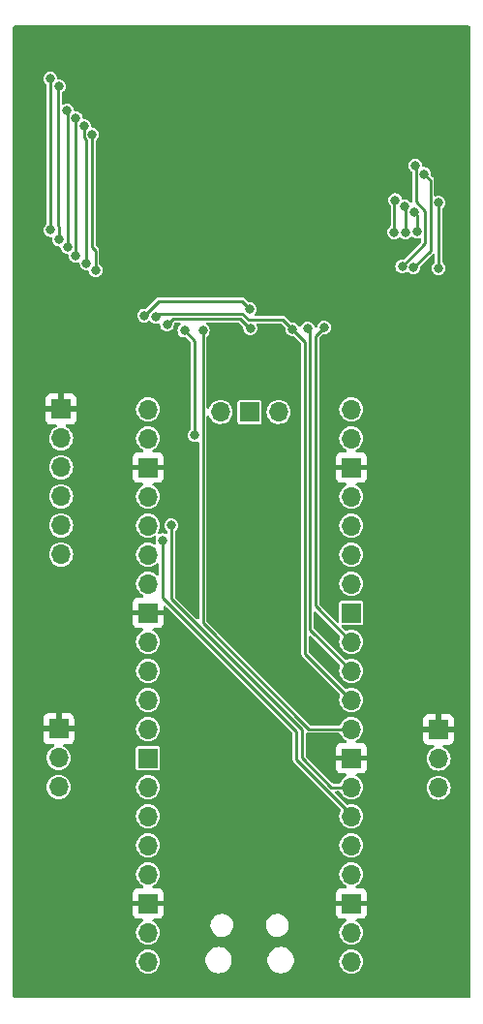
<source format=gbr>
%TF.GenerationSoftware,KiCad,Pcbnew,7.0.5*%
%TF.CreationDate,2023-07-28T19:51:42-07:00*%
%TF.ProjectId,roshambo-pcb-smt,726f7368-616d-4626-9f2d-7063622d736d,rev?*%
%TF.SameCoordinates,Original*%
%TF.FileFunction,Copper,L2,Bot*%
%TF.FilePolarity,Positive*%
%FSLAX46Y46*%
G04 Gerber Fmt 4.6, Leading zero omitted, Abs format (unit mm)*
G04 Created by KiCad (PCBNEW 7.0.5) date 2023-07-28 19:51:42*
%MOMM*%
%LPD*%
G01*
G04 APERTURE LIST*
%TA.AperFunction,ComponentPad*%
%ADD10R,1.700000X1.700000*%
%TD*%
%TA.AperFunction,ComponentPad*%
%ADD11O,1.700000X1.700000*%
%TD*%
%TA.AperFunction,ViaPad*%
%ADD12C,0.800000*%
%TD*%
%TA.AperFunction,Conductor*%
%ADD13C,0.250000*%
%TD*%
G04 APERTURE END LIST*
D10*
%TO.P,J1,1,Pin_1*%
%TO.N,GND*%
X99207254Y-83516991D03*
D11*
%TO.P,J1,2,Pin_2*%
%TO.N,unconnected-(J1-Pin_2-Pad2)*%
X99207254Y-86056991D03*
%TO.P,J1,3,Pin_3*%
%TO.N,unconnected-(J1-Pin_3-Pad3)*%
X99207254Y-88596991D03*
%TO.P,J1,4,Pin_4*%
%TO.N,/RX1*%
X99207254Y-91136991D03*
%TO.P,J1,5,Pin_5*%
%TO.N,/TX1*%
X99207254Y-93676991D03*
%TO.P,J1,6,Pin_6*%
%TO.N,unconnected-(J1-Pin_6-Pad6)*%
X99207254Y-96216991D03*
%TD*%
D10*
%TO.P,J2,1,Pin_1*%
%TO.N,GND*%
X99000000Y-111456991D03*
D11*
%TO.P,J2,2,Pin_2*%
%TO.N,/TX1*%
X99000000Y-113996991D03*
%TO.P,J2,3,Pin_3*%
%TO.N,/RX1*%
X99000000Y-116536991D03*
%TD*%
D10*
%TO.P,J3,1,Pin_1*%
%TO.N,GND*%
X132227254Y-111525869D03*
D11*
%TO.P,J3,2,Pin_2*%
%TO.N,/RX1*%
X132227254Y-114065869D03*
%TO.P,J3,3,Pin_3*%
%TO.N,/TX1*%
X132227254Y-116605869D03*
%TD*%
%TO.P,U1,1,GPIO0*%
%TO.N,unconnected-(U1-GPIO0-Pad1)*%
X124594336Y-131798709D03*
%TO.P,U1,2,GPIO1*%
%TO.N,unconnected-(U1-GPIO1-Pad2)*%
X124594336Y-129258709D03*
D10*
%TO.P,U1,3,GND*%
%TO.N,GND*%
X124594336Y-126718709D03*
D11*
%TO.P,U1,4,GPIO2*%
%TO.N,unconnected-(U1-GPIO2-Pad4)*%
X124594336Y-124178709D03*
%TO.P,U1,5,GPIO3*%
%TO.N,unconnected-(U1-GPIO3-Pad5)*%
X124594336Y-121638709D03*
%TO.P,U1,6,GPIO4*%
%TO.N,/TX1*%
X124594336Y-119098709D03*
%TO.P,U1,7,GPIO5*%
%TO.N,/RX1*%
X124594336Y-116558709D03*
D10*
%TO.P,U1,8,GND*%
%TO.N,GND*%
X124594336Y-114018709D03*
D11*
%TO.P,U1,9,GPIO6*%
%TO.N,/SER*%
X124594336Y-111478709D03*
%TO.P,U1,10,GPIO7*%
%TO.N,/SRCLK*%
X124594336Y-108938709D03*
%TO.P,U1,11,GPIO8*%
%TO.N,/RCLK*%
X124594336Y-106398709D03*
%TO.P,U1,12,GPIO9*%
%TO.N,/OE*%
X124594336Y-103858709D03*
D10*
%TO.P,U1,13,GND*%
%TO.N,unconnected-(U1-GND-Pad13)*%
X124594336Y-101318709D03*
D11*
%TO.P,U1,14,GPIO10*%
%TO.N,unconnected-(U1-GPIO10-Pad14)*%
X124594336Y-98778709D03*
%TO.P,U1,15,GPIO11*%
%TO.N,unconnected-(U1-GPIO11-Pad15)*%
X124594336Y-96238709D03*
%TO.P,U1,16,GPIO12*%
%TO.N,unconnected-(U1-GPIO12-Pad16)*%
X124594336Y-93698709D03*
%TO.P,U1,17,GPIO13*%
%TO.N,unconnected-(U1-GPIO13-Pad17)*%
X124594336Y-91158709D03*
D10*
%TO.P,U1,18,GND*%
%TO.N,GND*%
X124594336Y-88618709D03*
D11*
%TO.P,U1,19,GPIO14*%
%TO.N,unconnected-(U1-GPIO14-Pad19)*%
X124594336Y-86078709D03*
%TO.P,U1,20,GPIO15*%
%TO.N,unconnected-(U1-GPIO15-Pad20)*%
X124594336Y-83538709D03*
%TO.P,U1,21,GPIO16*%
%TO.N,unconnected-(U1-GPIO16-Pad21)*%
X106814336Y-83538709D03*
%TO.P,U1,22,GPIO17*%
%TO.N,unconnected-(U1-GPIO17-Pad22)*%
X106814336Y-86078709D03*
D10*
%TO.P,U1,23,GND*%
%TO.N,GND*%
X106814336Y-88618709D03*
D11*
%TO.P,U1,24,GPIO18*%
%TO.N,unconnected-(U1-GPIO18-Pad24)*%
X106814336Y-91158709D03*
%TO.P,U1,25,GPIO19*%
%TO.N,unconnected-(U1-GPIO19-Pad25)*%
X106814336Y-93698709D03*
%TO.P,U1,26,GPIO20*%
%TO.N,unconnected-(U1-GPIO20-Pad26)*%
X106814336Y-96238709D03*
%TO.P,U1,27,GPIO21*%
%TO.N,unconnected-(U1-GPIO21-Pad27)*%
X106814336Y-98778709D03*
D10*
%TO.P,U1,28,GND*%
%TO.N,GND*%
X106814336Y-101318709D03*
D11*
%TO.P,U1,29,GPIO22*%
%TO.N,unconnected-(U1-GPIO22-Pad29)*%
X106814336Y-103858709D03*
%TO.P,U1,30,RUN*%
%TO.N,Net-(U1-RUN)*%
X106814336Y-106398709D03*
%TO.P,U1,31,GPIO26_ADC0*%
%TO.N,unconnected-(U1-GPIO26_ADC0-Pad31)*%
X106814336Y-108938709D03*
%TO.P,U1,32,GPIO27_ADC1*%
%TO.N,unconnected-(U1-GPIO27_ADC1-Pad32)*%
X106814336Y-111478709D03*
D10*
%TO.P,U1,33,AGND*%
%TO.N,unconnected-(U1-AGND-Pad33)*%
X106814336Y-114018709D03*
D11*
%TO.P,U1,34,GPIO28_ADC2*%
%TO.N,unconnected-(U1-GPIO28_ADC2-Pad34)*%
X106814336Y-116558709D03*
%TO.P,U1,35,ADC_VREF*%
%TO.N,unconnected-(U1-ADC_VREF-Pad35)*%
X106814336Y-119098709D03*
%TO.P,U1,36,3V3*%
%TO.N,unconnected-(U1-3V3-Pad36)*%
X106814336Y-121638709D03*
%TO.P,U1,37,3V3_EN*%
%TO.N,Net-(U1-3V3_EN)*%
X106814336Y-124178709D03*
D10*
%TO.P,U1,38,GND*%
%TO.N,GND*%
X106814336Y-126718709D03*
D11*
%TO.P,U1,39,VSYS*%
%TO.N,unconnected-(U1-VSYS-Pad39)*%
X106814336Y-129258709D03*
%TO.P,U1,40,VBUS*%
%TO.N,+5V*%
X106814336Y-131798709D03*
%TO.P,U1,41,SWCLK*%
%TO.N,unconnected-(U1-SWCLK-Pad41)*%
X118244336Y-83768709D03*
D10*
%TO.P,U1,42,GND*%
%TO.N,unconnected-(U1-GND-Pad42)*%
X115704336Y-83768709D03*
D11*
%TO.P,U1,43,SWDIO*%
%TO.N,unconnected-(U1-SWDIO-Pad43)*%
X113164336Y-83768709D03*
%TD*%
D12*
%TO.N,GND*%
X122672800Y-52152000D03*
X101747254Y-79960991D03*
X116373600Y-64394800D03*
X110531600Y-55962000D03*
X128671254Y-117806991D03*
X116297400Y-88296200D03*
X129454600Y-57968600D03*
X122952200Y-56165200D03*
X112233400Y-111456991D03*
X122241000Y-53879200D03*
X103699000Y-52126600D03*
X133751254Y-72594991D03*
X112512800Y-69068400D03*
X110430000Y-64369400D03*
X122901400Y-64521800D03*
X103017254Y-117298991D03*
X100473200Y-50907400D03*
X102429000Y-107549400D03*
X108605254Y-105106991D03*
X116449800Y-52177400D03*
X115332200Y-72370400D03*
X101489200Y-72954600D03*
X116500600Y-56139800D03*
X103800600Y-56012800D03*
X101747254Y-93422991D03*
X132782000Y-51110600D03*
X116475200Y-60356200D03*
X103495800Y-62489800D03*
X122850600Y-60280000D03*
X130195254Y-101296991D03*
X128337000Y-73030800D03*
X103597400Y-64369400D03*
X120463000Y-124008600D03*
X108169400Y-52583800D03*
X115052800Y-78009200D03*
X118837400Y-68789000D03*
X102429000Y-97618000D03*
X103597400Y-60483200D03*
X98699254Y-99010991D03*
X131766000Y-132619200D03*
X97806200Y-121748000D03*
X110455400Y-60559400D03*
X117669000Y-76561400D03*
X129327600Y-64420200D03*
X132705800Y-124897600D03*
X122067254Y-113234991D03*
X129784800Y-95763800D03*
X114011400Y-102850400D03*
X110379200Y-52152000D03*
%TO.N,/RX1*%
X108859254Y-93676991D03*
%TO.N,/TX1*%
X108092163Y-94968668D03*
%TO.N,/D3*%
X98268397Y-54647300D03*
X98295243Y-67861621D03*
%TO.N,/D4*%
X99024558Y-68703615D03*
X99019743Y-55306454D03*
%TO.N,/D5*%
X99743819Y-57428281D03*
X99774100Y-69364820D03*
%TO.N,/D6*%
X100498600Y-58083500D03*
X100485300Y-70138170D03*
%TO.N,/D7*%
X101441308Y-70760463D03*
X101223100Y-58780828D03*
%TO.N,/D8*%
X101934300Y-59515375D03*
X102225800Y-71379800D03*
%TO.N,/D9*%
X132233027Y-65487000D03*
X132223200Y-71202000D03*
%TO.N,/D10*%
X130042487Y-71151578D03*
X130966500Y-62966110D03*
%TO.N,/D11*%
X129048200Y-71049600D03*
X130191200Y-62218038D03*
%TO.N,/D14*%
X130143294Y-66327490D03*
X130333527Y-68017882D03*
%TO.N,/D15*%
X129336070Y-68081784D03*
X129276800Y-65829300D03*
%TO.N,/D16*%
X128438600Y-65253016D03*
X128337000Y-68052400D03*
%TO.N,/SER*%
X111610500Y-76663000D03*
%TO.N,/SRCLK*%
X119472400Y-76561400D03*
X107477075Y-75452105D03*
%TO.N,/RCLK*%
X108474200Y-76129600D03*
X120793200Y-76459800D03*
X115764000Y-76434400D03*
%TO.N,Net-(U2-QH')*%
X106484599Y-75333799D03*
X115713200Y-74783400D03*
%TO.N,/OE*%
X122215600Y-76383600D03*
X109998200Y-76662500D03*
X110886000Y-85802991D03*
%TD*%
D13*
%TO.N,/RX1*%
X120289254Y-111541254D02*
X120289254Y-113996991D01*
X122850972Y-116558709D02*
X124594336Y-116558709D01*
X108859254Y-100111254D02*
X120289254Y-111541254D01*
X120289254Y-113996991D02*
X122850972Y-116558709D01*
X108859254Y-93676991D02*
X108859254Y-100111254D01*
%TO.N,/TX1*%
X119781254Y-111669650D02*
X119781254Y-114125387D01*
X108097254Y-99985650D02*
X119781254Y-111669650D01*
X119781254Y-114125387D02*
X124594336Y-118938469D01*
X108097254Y-94973759D02*
X108097254Y-99985650D01*
X108092163Y-94968668D02*
X108097254Y-94973759D01*
X124594336Y-118938469D02*
X124594336Y-119098709D01*
%TO.N,/D3*%
X98295243Y-67861621D02*
X98268397Y-67834775D01*
X98268397Y-67834775D02*
X98268397Y-54647300D01*
%TO.N,/D4*%
X99024558Y-67565631D02*
X98923800Y-67464873D01*
X99024558Y-68703615D02*
X99024558Y-67565631D01*
X98923800Y-67464873D02*
X98923800Y-55402397D01*
X98923800Y-55402397D02*
X99019743Y-55306454D01*
%TO.N,/D5*%
X99771501Y-69362221D02*
X99771501Y-57455963D01*
X99774100Y-69364820D02*
X99771501Y-69362221D01*
X99771501Y-57455963D02*
X99743819Y-57428281D01*
%TO.N,/D6*%
X100498600Y-70124870D02*
X100498600Y-58083500D01*
X100485300Y-70138170D02*
X100498600Y-70124870D01*
%TO.N,/D7*%
X101441308Y-70760463D02*
X101387600Y-70706755D01*
X101209300Y-58794628D02*
X101223100Y-58780828D01*
X101209300Y-59815680D02*
X101209300Y-58794628D01*
X101387600Y-59993980D02*
X101209300Y-59815680D01*
X101387600Y-70706755D02*
X101387600Y-59993980D01*
%TO.N,/D8*%
X102214200Y-69657095D02*
X101946400Y-69389295D01*
X101946400Y-69389295D02*
X101946400Y-59527475D01*
X102214200Y-71368200D02*
X102214200Y-69657095D01*
X102225800Y-71379800D02*
X102214200Y-71368200D01*
X101946400Y-59527475D02*
X101934300Y-59515375D01*
%TO.N,/D9*%
X132233027Y-65487000D02*
X132233027Y-71192173D01*
X132233027Y-71192173D02*
X132223200Y-71202000D01*
%TO.N,/D10*%
X131508527Y-69685538D02*
X131508527Y-63508137D01*
X131508527Y-63508137D02*
X130966500Y-62966110D01*
X130042487Y-71151578D02*
X131508527Y-69685538D01*
%TO.N,/D11*%
X129048200Y-71049600D02*
X131058527Y-69039273D01*
X130242000Y-62268838D02*
X130191200Y-62218038D01*
X130242000Y-65400891D02*
X130242000Y-62268838D01*
X131058527Y-66217418D02*
X130242000Y-65400891D01*
X131058527Y-69039273D02*
X131058527Y-66217418D01*
%TO.N,/D14*%
X130333527Y-66517723D02*
X130143294Y-66327490D01*
X130333527Y-68017882D02*
X130333527Y-66517723D01*
%TO.N,/D15*%
X129336070Y-68081784D02*
X129336070Y-65888570D01*
X129336070Y-65888570D02*
X129276800Y-65829300D01*
%TO.N,/D16*%
X128362400Y-65329216D02*
X128438600Y-65253016D01*
X128362400Y-68027000D02*
X128362400Y-65329216D01*
X128337000Y-68052400D02*
X128362400Y-68027000D01*
%TO.N,/SER*%
X120863105Y-111478709D02*
X124594336Y-111478709D01*
X111610500Y-102226104D02*
X120863105Y-111478709D01*
X111610500Y-76663000D02*
X111610500Y-102226104D01*
%TO.N,/SRCLK*%
X124594336Y-108938709D02*
X120543254Y-104887627D01*
X120543254Y-77632254D02*
X119472400Y-76561400D01*
X115613895Y-75709400D02*
X115068895Y-75164400D01*
X120543254Y-104887627D02*
X120543254Y-77632254D01*
X107764780Y-75164400D02*
X107477075Y-75452105D01*
X119472400Y-76561400D02*
X118620400Y-75709400D01*
X115068895Y-75164400D02*
X107764780Y-75164400D01*
X118620400Y-75709400D02*
X115613895Y-75709400D01*
%TO.N,/RCLK*%
X108989400Y-75614400D02*
X114882499Y-75614400D01*
X120793200Y-76459800D02*
X120993254Y-76659854D01*
X115738600Y-76459800D02*
X115764000Y-76434400D01*
X120993254Y-76659854D02*
X120993254Y-102797627D01*
X120993254Y-102797627D02*
X124400000Y-106204373D01*
X108474200Y-76129600D02*
X108989400Y-75614400D01*
X115727899Y-76459800D02*
X115738600Y-76459800D01*
X114882499Y-75614400D02*
X115727899Y-76459800D01*
%TO.N,Net-(U2-QH')*%
X115027400Y-74097600D02*
X115713200Y-74783400D01*
X107720798Y-74097600D02*
X115027400Y-74097600D01*
X106484599Y-75333799D02*
X107720798Y-74097600D01*
%TO.N,/OE*%
X110886000Y-85802991D02*
X110891254Y-85797737D01*
X110891254Y-77555554D02*
X109998200Y-76662500D01*
X122215600Y-76383600D02*
X121443254Y-77155946D01*
X121443254Y-77155946D02*
X121443254Y-100707627D01*
X110891254Y-85797737D02*
X110891254Y-77555554D01*
X121443254Y-100707627D02*
X124594336Y-103858709D01*
%TD*%
%TA.AperFunction,Conductor*%
%TO.N,GND*%
G36*
X120760239Y-111791091D02*
G01*
X120789934Y-111796327D01*
X120795198Y-111797495D01*
X120800737Y-111798979D01*
X120834298Y-111807972D01*
X120874615Y-111804444D01*
X120880017Y-111804209D01*
X123503753Y-111804209D01*
X123570792Y-111823894D01*
X123616547Y-111876698D01*
X123618315Y-111880758D01*
X123619104Y-111882663D01*
X123716651Y-112065159D01*
X123716653Y-112065161D01*
X123847925Y-112225119D01*
X123944545Y-112304411D01*
X124007886Y-112356394D01*
X124133830Y-112423713D01*
X124155603Y-112435351D01*
X124205447Y-112484314D01*
X124220907Y-112552452D01*
X124197075Y-112618131D01*
X124141517Y-112660500D01*
X124097149Y-112668709D01*
X123696491Y-112668709D01*
X123636963Y-112675110D01*
X123636956Y-112675112D01*
X123502249Y-112725354D01*
X123502242Y-112725358D01*
X123387148Y-112811518D01*
X123387145Y-112811521D01*
X123300985Y-112926615D01*
X123300981Y-112926622D01*
X123250739Y-113061329D01*
X123250737Y-113061336D01*
X123244336Y-113120864D01*
X123244336Y-113768709D01*
X124148764Y-113768709D01*
X124125654Y-113804669D01*
X124084336Y-113945382D01*
X124084336Y-114092036D01*
X124125654Y-114232749D01*
X124148764Y-114268709D01*
X123244336Y-114268709D01*
X123244336Y-114916553D01*
X123250737Y-114976081D01*
X123250739Y-114976088D01*
X123300981Y-115110795D01*
X123300985Y-115110802D01*
X123387145Y-115225896D01*
X123387148Y-115225899D01*
X123502242Y-115312059D01*
X123502249Y-115312063D01*
X123636956Y-115362305D01*
X123636963Y-115362307D01*
X123696491Y-115368708D01*
X123696508Y-115368709D01*
X124097149Y-115368709D01*
X124164188Y-115388394D01*
X124209943Y-115441198D01*
X124219887Y-115510356D01*
X124190862Y-115573912D01*
X124155603Y-115602066D01*
X124007886Y-115681024D01*
X124007884Y-115681025D01*
X124007883Y-115681026D01*
X123847925Y-115812298D01*
X123716653Y-115972256D01*
X123619104Y-116154754D01*
X123618315Y-116156660D01*
X123617634Y-116157505D01*
X123616232Y-116160128D01*
X123615734Y-116159862D01*
X123574474Y-116211064D01*
X123508180Y-116233130D01*
X123503753Y-116233209D01*
X123037161Y-116233209D01*
X122970122Y-116213524D01*
X122949480Y-116196890D01*
X120651073Y-113898483D01*
X120617588Y-113837160D01*
X120614754Y-113810802D01*
X120614754Y-111913216D01*
X120634439Y-111846177D01*
X120687243Y-111800422D01*
X120756401Y-111790478D01*
X120760239Y-111791091D01*
G37*
%TD.AperFunction*%
%TA.AperFunction,Conductor*%
G36*
X134942539Y-50020185D02*
G01*
X134988294Y-50072989D01*
X134999500Y-50124500D01*
X134999500Y-134875500D01*
X134979815Y-134942539D01*
X134927011Y-134988294D01*
X134875500Y-134999500D01*
X95124500Y-134999500D01*
X95057461Y-134979815D01*
X95011706Y-134927011D01*
X95000500Y-134875500D01*
X95000500Y-131798709D01*
X105758753Y-131798709D01*
X105779035Y-132004641D01*
X105779036Y-132004643D01*
X105839104Y-132202663D01*
X105936651Y-132385159D01*
X105936653Y-132385161D01*
X106067925Y-132545119D01*
X106164545Y-132624411D01*
X106227886Y-132676394D01*
X106410382Y-132773941D01*
X106608402Y-132834009D01*
X106608401Y-132834009D01*
X106626865Y-132835827D01*
X106814336Y-132854292D01*
X107020270Y-132834009D01*
X107218290Y-132773941D01*
X107400786Y-132676394D01*
X107560746Y-132545119D01*
X107692021Y-132385159D01*
X107789568Y-132202663D01*
X107849636Y-132004643D01*
X107869919Y-131798709D01*
X107867615Y-131775319D01*
X111828836Y-131775319D01*
X111868015Y-131984907D01*
X111945038Y-132183728D01*
X112057284Y-132365011D01*
X112200929Y-132522581D01*
X112371082Y-132651076D01*
X112561942Y-132746112D01*
X112561944Y-132746112D01*
X112561947Y-132746114D01*
X112767026Y-132804465D01*
X112926142Y-132819209D01*
X112926146Y-132819209D01*
X113032526Y-132819209D01*
X113032530Y-132819209D01*
X113191646Y-132804465D01*
X113396725Y-132746114D01*
X113396729Y-132746112D01*
X113396730Y-132746112D01*
X113587589Y-132651076D01*
X113587589Y-132651075D01*
X113587591Y-132651075D01*
X113757743Y-132522581D01*
X113901388Y-132365011D01*
X114013634Y-132183728D01*
X114090657Y-131984907D01*
X114129836Y-131775319D01*
X117278836Y-131775319D01*
X117318015Y-131984907D01*
X117395038Y-132183728D01*
X117507284Y-132365011D01*
X117650929Y-132522581D01*
X117821082Y-132651076D01*
X118011942Y-132746112D01*
X118011944Y-132746112D01*
X118011947Y-132746114D01*
X118217026Y-132804465D01*
X118376142Y-132819209D01*
X118376146Y-132819209D01*
X118482526Y-132819209D01*
X118482530Y-132819209D01*
X118641646Y-132804465D01*
X118846725Y-132746114D01*
X118846729Y-132746112D01*
X118846730Y-132746112D01*
X119037589Y-132651076D01*
X119037589Y-132651075D01*
X119037591Y-132651075D01*
X119207743Y-132522581D01*
X119351388Y-132365011D01*
X119463634Y-132183728D01*
X119540657Y-131984907D01*
X119575464Y-131798709D01*
X123538753Y-131798709D01*
X123559035Y-132004641D01*
X123559036Y-132004643D01*
X123619104Y-132202663D01*
X123716651Y-132385159D01*
X123716653Y-132385161D01*
X123847925Y-132545119D01*
X123944545Y-132624411D01*
X124007886Y-132676394D01*
X124190382Y-132773941D01*
X124388402Y-132834009D01*
X124388401Y-132834009D01*
X124408683Y-132836006D01*
X124594336Y-132854292D01*
X124800270Y-132834009D01*
X124998290Y-132773941D01*
X125180786Y-132676394D01*
X125340746Y-132545119D01*
X125472021Y-132385159D01*
X125569568Y-132202663D01*
X125629636Y-132004643D01*
X125649919Y-131798709D01*
X125629636Y-131592775D01*
X125569568Y-131394755D01*
X125472021Y-131212259D01*
X125420038Y-131148918D01*
X125340746Y-131052298D01*
X125180788Y-130921026D01*
X125180789Y-130921026D01*
X125180786Y-130921024D01*
X124998290Y-130823477D01*
X124800270Y-130763409D01*
X124800268Y-130763408D01*
X124800270Y-130763408D01*
X124612799Y-130744944D01*
X124594336Y-130743126D01*
X124594335Y-130743126D01*
X124388403Y-130763408D01*
X124190379Y-130823478D01*
X124080233Y-130882352D01*
X124007886Y-130921024D01*
X124007884Y-130921025D01*
X124007883Y-130921026D01*
X123847925Y-131052298D01*
X123716653Y-131212256D01*
X123619105Y-131394752D01*
X123559035Y-131592776D01*
X123538753Y-131798709D01*
X119575464Y-131798709D01*
X119579836Y-131775319D01*
X119579836Y-131562099D01*
X119540657Y-131352511D01*
X119463634Y-131153690D01*
X119351388Y-130972407D01*
X119207743Y-130814837D01*
X119139641Y-130763408D01*
X119037589Y-130686341D01*
X118846729Y-130591305D01*
X118641646Y-130532953D01*
X118641645Y-130532953D01*
X118482530Y-130518209D01*
X118376142Y-130518209D01*
X118248849Y-130530004D01*
X118217025Y-130532953D01*
X118011943Y-130591305D01*
X118011941Y-130591305D01*
X117821082Y-130686341D01*
X117650929Y-130814836D01*
X117507283Y-130972408D01*
X117395038Y-131153689D01*
X117395037Y-131153691D01*
X117372348Y-131212259D01*
X117318015Y-131352511D01*
X117278836Y-131562099D01*
X117278836Y-131775319D01*
X114129836Y-131775319D01*
X114129836Y-131562099D01*
X114090657Y-131352511D01*
X114013634Y-131153690D01*
X113901388Y-130972407D01*
X113757743Y-130814837D01*
X113689641Y-130763408D01*
X113587589Y-130686341D01*
X113396729Y-130591305D01*
X113191646Y-130532953D01*
X113032530Y-130518209D01*
X112926142Y-130518209D01*
X112798849Y-130530004D01*
X112767025Y-130532953D01*
X112561943Y-130591305D01*
X112561941Y-130591305D01*
X112371082Y-130686341D01*
X112200929Y-130814836D01*
X112057283Y-130972408D01*
X111945038Y-131153689D01*
X111945037Y-131153691D01*
X111922348Y-131212259D01*
X111868015Y-131352511D01*
X111828836Y-131562099D01*
X111828836Y-131775319D01*
X107867615Y-131775319D01*
X107849636Y-131592775D01*
X107789568Y-131394755D01*
X107692021Y-131212259D01*
X107640038Y-131148918D01*
X107560746Y-131052298D01*
X107400788Y-130921026D01*
X107400789Y-130921026D01*
X107400786Y-130921024D01*
X107218290Y-130823477D01*
X107020270Y-130763409D01*
X107020268Y-130763408D01*
X107020270Y-130763408D01*
X106814336Y-130743126D01*
X106608403Y-130763408D01*
X106410379Y-130823478D01*
X106300233Y-130882352D01*
X106227886Y-130921024D01*
X106227884Y-130921025D01*
X106227883Y-130921026D01*
X106067925Y-131052298D01*
X105936653Y-131212256D01*
X105839105Y-131394752D01*
X105779035Y-131592776D01*
X105758753Y-131798709D01*
X95000500Y-131798709D01*
X95000500Y-127616553D01*
X105464336Y-127616553D01*
X105470737Y-127676081D01*
X105470739Y-127676088D01*
X105520981Y-127810795D01*
X105520985Y-127810802D01*
X105607145Y-127925896D01*
X105607148Y-127925899D01*
X105722242Y-128012059D01*
X105722249Y-128012063D01*
X105856956Y-128062305D01*
X105856963Y-128062307D01*
X105916491Y-128068708D01*
X105916508Y-128068709D01*
X106317149Y-128068709D01*
X106384188Y-128088394D01*
X106429943Y-128141198D01*
X106439887Y-128210356D01*
X106410862Y-128273912D01*
X106375603Y-128302066D01*
X106227886Y-128381024D01*
X106227884Y-128381025D01*
X106227883Y-128381026D01*
X106067925Y-128512298D01*
X105936653Y-128672256D01*
X105839105Y-128854752D01*
X105779035Y-129052776D01*
X105758753Y-129258709D01*
X105779035Y-129464641D01*
X105779036Y-129464643D01*
X105839104Y-129662663D01*
X105936651Y-129845159D01*
X105936653Y-129845161D01*
X106067925Y-130005119D01*
X106164545Y-130084411D01*
X106227886Y-130136394D01*
X106410382Y-130233941D01*
X106608402Y-130294009D01*
X106608401Y-130294009D01*
X106628683Y-130296006D01*
X106814336Y-130314292D01*
X107020270Y-130294009D01*
X107218290Y-130233941D01*
X107400786Y-130136394D01*
X107560746Y-130005119D01*
X107692021Y-129845159D01*
X107789568Y-129662663D01*
X107849636Y-129464643D01*
X107869919Y-129258709D01*
X107849636Y-129052775D01*
X107789568Y-128854755D01*
X107701314Y-128689645D01*
X112274967Y-128689645D01*
X112305778Y-128890772D01*
X112305781Y-128890784D01*
X112376447Y-129081590D01*
X112376451Y-129081597D01*
X112484081Y-129254276D01*
X112484083Y-129254278D01*
X112484084Y-129254280D01*
X112624277Y-129401762D01*
X112714621Y-129464643D01*
X112791285Y-129518003D01*
X112791286Y-129518003D01*
X112791287Y-129518004D01*
X112978278Y-129598249D01*
X113177595Y-129639209D01*
X113330079Y-129639209D01*
X113481775Y-129623783D01*
X113675915Y-129562871D01*
X113675916Y-129562870D01*
X113675924Y-129562868D01*
X113853838Y-129464118D01*
X114008231Y-129331575D01*
X114132784Y-129170667D01*
X114222396Y-128987980D01*
X114273399Y-128790994D01*
X114278539Y-128689645D01*
X117124967Y-128689645D01*
X117155778Y-128890772D01*
X117155781Y-128890784D01*
X117226447Y-129081590D01*
X117226451Y-129081597D01*
X117334081Y-129254276D01*
X117334083Y-129254278D01*
X117334084Y-129254280D01*
X117474277Y-129401762D01*
X117564621Y-129464643D01*
X117641285Y-129518003D01*
X117641286Y-129518003D01*
X117641287Y-129518004D01*
X117828278Y-129598249D01*
X118027595Y-129639209D01*
X118180079Y-129639209D01*
X118331775Y-129623783D01*
X118525915Y-129562871D01*
X118525916Y-129562870D01*
X118525924Y-129562868D01*
X118703838Y-129464118D01*
X118858231Y-129331575D01*
X118982784Y-129170667D01*
X119072396Y-128987980D01*
X119123399Y-128790994D01*
X119133705Y-128587773D01*
X119102892Y-128386638D01*
X119032222Y-128195822D01*
X118924588Y-128023138D01*
X118784395Y-127875656D01*
X118685923Y-127807118D01*
X118617386Y-127759414D01*
X118430392Y-127679168D01*
X118231077Y-127638209D01*
X118078594Y-127638209D01*
X118078593Y-127638209D01*
X117926896Y-127653634D01*
X117732756Y-127714546D01*
X117732741Y-127714553D01*
X117554836Y-127813298D01*
X117554831Y-127813301D01*
X117400442Y-127945841D01*
X117400440Y-127945843D01*
X117275890Y-128106746D01*
X117275889Y-128106749D01*
X117186276Y-128289437D01*
X117135273Y-128486423D01*
X117124967Y-128689645D01*
X114278539Y-128689645D01*
X114283705Y-128587773D01*
X114252892Y-128386638D01*
X114182222Y-128195822D01*
X114074588Y-128023138D01*
X113934395Y-127875656D01*
X113835923Y-127807118D01*
X113767386Y-127759414D01*
X113580392Y-127679168D01*
X113381077Y-127638209D01*
X113228594Y-127638209D01*
X113228593Y-127638209D01*
X113076896Y-127653634D01*
X112882756Y-127714546D01*
X112882741Y-127714553D01*
X112704836Y-127813298D01*
X112704831Y-127813301D01*
X112550442Y-127945841D01*
X112550440Y-127945843D01*
X112425890Y-128106746D01*
X112425889Y-128106749D01*
X112336276Y-128289437D01*
X112285273Y-128486423D01*
X112274967Y-128689645D01*
X107701314Y-128689645D01*
X107692021Y-128672259D01*
X107622683Y-128587770D01*
X107560746Y-128512298D01*
X107407635Y-128386645D01*
X107400786Y-128381024D01*
X107253068Y-128302066D01*
X107203225Y-128253104D01*
X107187765Y-128184966D01*
X107211597Y-128119287D01*
X107267155Y-128076918D01*
X107311523Y-128068709D01*
X107712164Y-128068709D01*
X107712180Y-128068708D01*
X107771708Y-128062307D01*
X107771715Y-128062305D01*
X107906422Y-128012063D01*
X107906429Y-128012059D01*
X108021523Y-127925899D01*
X108021526Y-127925896D01*
X108107686Y-127810802D01*
X108107690Y-127810795D01*
X108157932Y-127676088D01*
X108157934Y-127676081D01*
X108164335Y-127616553D01*
X123244336Y-127616553D01*
X123250737Y-127676081D01*
X123250739Y-127676088D01*
X123300981Y-127810795D01*
X123300985Y-127810802D01*
X123387145Y-127925896D01*
X123387148Y-127925899D01*
X123502242Y-128012059D01*
X123502249Y-128012063D01*
X123636956Y-128062305D01*
X123636963Y-128062307D01*
X123696491Y-128068708D01*
X123696508Y-128068709D01*
X124097149Y-128068709D01*
X124164188Y-128088394D01*
X124209943Y-128141198D01*
X124219887Y-128210356D01*
X124190862Y-128273912D01*
X124155603Y-128302066D01*
X124007886Y-128381024D01*
X124007884Y-128381025D01*
X124007883Y-128381026D01*
X123847925Y-128512298D01*
X123716653Y-128672256D01*
X123619105Y-128854752D01*
X123559035Y-129052776D01*
X123538753Y-129258708D01*
X123559035Y-129464641D01*
X123559036Y-129464643D01*
X123619104Y-129662663D01*
X123716651Y-129845159D01*
X123716653Y-129845161D01*
X123847925Y-130005119D01*
X123944545Y-130084411D01*
X124007886Y-130136394D01*
X124190382Y-130233941D01*
X124388402Y-130294009D01*
X124388401Y-130294009D01*
X124408683Y-130296006D01*
X124594336Y-130314292D01*
X124800270Y-130294009D01*
X124998290Y-130233941D01*
X125180786Y-130136394D01*
X125340746Y-130005119D01*
X125472021Y-129845159D01*
X125569568Y-129662663D01*
X125629636Y-129464643D01*
X125649919Y-129258709D01*
X125629636Y-129052775D01*
X125569568Y-128854755D01*
X125472021Y-128672259D01*
X125402683Y-128587770D01*
X125340746Y-128512298D01*
X125187635Y-128386645D01*
X125180786Y-128381024D01*
X125033068Y-128302066D01*
X124983225Y-128253104D01*
X124967765Y-128184966D01*
X124991597Y-128119287D01*
X125047155Y-128076918D01*
X125091523Y-128068709D01*
X125492164Y-128068709D01*
X125492180Y-128068708D01*
X125551708Y-128062307D01*
X125551715Y-128062305D01*
X125686422Y-128012063D01*
X125686429Y-128012059D01*
X125801523Y-127925899D01*
X125801526Y-127925896D01*
X125887686Y-127810802D01*
X125887690Y-127810795D01*
X125937932Y-127676088D01*
X125937934Y-127676081D01*
X125944335Y-127616553D01*
X125944336Y-127616536D01*
X125944336Y-126968709D01*
X125039908Y-126968709D01*
X125063018Y-126932749D01*
X125104336Y-126792036D01*
X125104336Y-126645382D01*
X125063018Y-126504669D01*
X125039908Y-126468709D01*
X125944336Y-126468709D01*
X125944336Y-125820881D01*
X125944335Y-125820864D01*
X125937934Y-125761336D01*
X125937932Y-125761329D01*
X125887690Y-125626622D01*
X125887686Y-125626615D01*
X125801526Y-125511521D01*
X125801523Y-125511518D01*
X125686429Y-125425358D01*
X125686422Y-125425354D01*
X125551715Y-125375112D01*
X125551708Y-125375110D01*
X125492180Y-125368709D01*
X125091523Y-125368709D01*
X125024484Y-125349024D01*
X124978729Y-125296220D01*
X124968785Y-125227062D01*
X124997810Y-125163506D01*
X125033069Y-125135351D01*
X125180786Y-125056394D01*
X125340746Y-124925119D01*
X125472021Y-124765159D01*
X125569568Y-124582663D01*
X125629636Y-124384643D01*
X125649919Y-124178709D01*
X125629636Y-123972775D01*
X125569568Y-123774755D01*
X125472021Y-123592259D01*
X125420038Y-123528918D01*
X125340746Y-123432298D01*
X125180788Y-123301026D01*
X125180789Y-123301026D01*
X125180786Y-123301024D01*
X124998290Y-123203477D01*
X124800270Y-123143409D01*
X124800268Y-123143408D01*
X124800270Y-123143408D01*
X124612799Y-123124944D01*
X124594336Y-123123126D01*
X124594335Y-123123126D01*
X124388403Y-123143408D01*
X124190379Y-123203478D01*
X124080233Y-123262352D01*
X124007886Y-123301024D01*
X124007884Y-123301025D01*
X124007883Y-123301026D01*
X123847925Y-123432298D01*
X123716653Y-123592256D01*
X123619105Y-123774752D01*
X123559035Y-123972776D01*
X123538753Y-124178708D01*
X123559035Y-124384641D01*
X123559036Y-124384643D01*
X123619104Y-124582663D01*
X123716651Y-124765159D01*
X123716653Y-124765161D01*
X123847925Y-124925119D01*
X123944545Y-125004411D01*
X124007886Y-125056394D01*
X124155603Y-125135351D01*
X124205447Y-125184314D01*
X124220907Y-125252452D01*
X124197075Y-125318131D01*
X124141517Y-125360500D01*
X124097149Y-125368709D01*
X123696491Y-125368709D01*
X123636963Y-125375110D01*
X123636956Y-125375112D01*
X123502249Y-125425354D01*
X123502242Y-125425358D01*
X123387148Y-125511518D01*
X123387145Y-125511521D01*
X123300985Y-125626615D01*
X123300981Y-125626622D01*
X123250739Y-125761329D01*
X123250737Y-125761336D01*
X123244336Y-125820864D01*
X123244336Y-126468709D01*
X124148764Y-126468709D01*
X124125654Y-126504669D01*
X124084336Y-126645382D01*
X124084336Y-126792036D01*
X124125654Y-126932749D01*
X124148764Y-126968709D01*
X123244336Y-126968709D01*
X123244336Y-127616553D01*
X108164335Y-127616553D01*
X108164336Y-127616536D01*
X108164336Y-126968709D01*
X107259908Y-126968709D01*
X107283018Y-126932749D01*
X107324336Y-126792036D01*
X107324336Y-126645382D01*
X107283018Y-126504669D01*
X107259908Y-126468709D01*
X108164336Y-126468709D01*
X108164336Y-125820881D01*
X108164335Y-125820864D01*
X108157934Y-125761336D01*
X108157932Y-125761329D01*
X108107690Y-125626622D01*
X108107686Y-125626615D01*
X108021526Y-125511521D01*
X108021523Y-125511518D01*
X107906429Y-125425358D01*
X107906422Y-125425354D01*
X107771715Y-125375112D01*
X107771708Y-125375110D01*
X107712180Y-125368709D01*
X107311523Y-125368709D01*
X107244484Y-125349024D01*
X107198729Y-125296220D01*
X107188785Y-125227062D01*
X107217810Y-125163506D01*
X107253069Y-125135351D01*
X107400786Y-125056394D01*
X107560746Y-124925119D01*
X107692021Y-124765159D01*
X107789568Y-124582663D01*
X107849636Y-124384643D01*
X107869919Y-124178709D01*
X107849636Y-123972775D01*
X107789568Y-123774755D01*
X107692021Y-123592259D01*
X107640038Y-123528918D01*
X107560746Y-123432298D01*
X107400788Y-123301026D01*
X107400789Y-123301026D01*
X107400786Y-123301024D01*
X107218290Y-123203477D01*
X107020270Y-123143409D01*
X107020268Y-123143408D01*
X107020270Y-123143408D01*
X106832799Y-123124944D01*
X106814336Y-123123126D01*
X106814335Y-123123126D01*
X106608403Y-123143408D01*
X106410379Y-123203478D01*
X106300233Y-123262352D01*
X106227886Y-123301024D01*
X106227884Y-123301025D01*
X106227883Y-123301026D01*
X106067925Y-123432298D01*
X105936653Y-123592256D01*
X105839105Y-123774752D01*
X105779035Y-123972776D01*
X105758753Y-124178708D01*
X105779035Y-124384641D01*
X105779036Y-124384643D01*
X105839104Y-124582663D01*
X105936651Y-124765159D01*
X105936653Y-124765161D01*
X106067925Y-124925119D01*
X106164545Y-125004411D01*
X106227886Y-125056394D01*
X106375603Y-125135351D01*
X106425447Y-125184314D01*
X106440907Y-125252452D01*
X106417075Y-125318131D01*
X106361517Y-125360500D01*
X106317149Y-125368709D01*
X105916491Y-125368709D01*
X105856963Y-125375110D01*
X105856956Y-125375112D01*
X105722249Y-125425354D01*
X105722242Y-125425358D01*
X105607148Y-125511518D01*
X105607145Y-125511521D01*
X105520985Y-125626615D01*
X105520981Y-125626622D01*
X105470739Y-125761329D01*
X105470737Y-125761336D01*
X105464336Y-125820864D01*
X105464336Y-126468709D01*
X106368764Y-126468709D01*
X106345654Y-126504669D01*
X106304336Y-126645382D01*
X106304336Y-126792036D01*
X106345654Y-126932749D01*
X106368764Y-126968709D01*
X105464336Y-126968709D01*
X105464336Y-127616553D01*
X95000500Y-127616553D01*
X95000500Y-121638709D01*
X105758753Y-121638709D01*
X105779035Y-121844641D01*
X105779036Y-121844643D01*
X105839104Y-122042663D01*
X105936651Y-122225159D01*
X105936653Y-122225161D01*
X106067925Y-122385119D01*
X106164545Y-122464411D01*
X106227886Y-122516394D01*
X106410382Y-122613941D01*
X106608402Y-122674009D01*
X106608401Y-122674009D01*
X106628683Y-122676006D01*
X106814336Y-122694292D01*
X107020270Y-122674009D01*
X107218290Y-122613941D01*
X107400786Y-122516394D01*
X107560746Y-122385119D01*
X107692021Y-122225159D01*
X107789568Y-122042663D01*
X107849636Y-121844643D01*
X107869919Y-121638709D01*
X123538753Y-121638709D01*
X123559035Y-121844641D01*
X123559036Y-121844643D01*
X123619104Y-122042663D01*
X123716651Y-122225159D01*
X123716653Y-122225161D01*
X123847925Y-122385119D01*
X123944545Y-122464411D01*
X124007886Y-122516394D01*
X124190382Y-122613941D01*
X124388402Y-122674009D01*
X124388401Y-122674009D01*
X124408683Y-122676006D01*
X124594336Y-122694292D01*
X124800270Y-122674009D01*
X124998290Y-122613941D01*
X125180786Y-122516394D01*
X125340746Y-122385119D01*
X125472021Y-122225159D01*
X125569568Y-122042663D01*
X125629636Y-121844643D01*
X125649919Y-121638709D01*
X125629636Y-121432775D01*
X125569568Y-121234755D01*
X125472021Y-121052259D01*
X125420038Y-120988918D01*
X125340746Y-120892298D01*
X125180788Y-120761026D01*
X125180789Y-120761026D01*
X125180786Y-120761024D01*
X124998290Y-120663477D01*
X124800270Y-120603409D01*
X124800268Y-120603408D01*
X124800270Y-120603408D01*
X124612799Y-120584944D01*
X124594336Y-120583126D01*
X124594335Y-120583126D01*
X124388403Y-120603408D01*
X124190379Y-120663478D01*
X124080233Y-120722352D01*
X124007886Y-120761024D01*
X124007884Y-120761025D01*
X124007883Y-120761026D01*
X123847925Y-120892298D01*
X123716653Y-121052256D01*
X123619105Y-121234752D01*
X123559035Y-121432776D01*
X123538753Y-121638709D01*
X107869919Y-121638709D01*
X107849636Y-121432775D01*
X107789568Y-121234755D01*
X107692021Y-121052259D01*
X107640038Y-120988918D01*
X107560746Y-120892298D01*
X107400788Y-120761026D01*
X107400789Y-120761026D01*
X107400786Y-120761024D01*
X107218290Y-120663477D01*
X107020270Y-120603409D01*
X107020268Y-120603408D01*
X107020270Y-120603408D01*
X106814336Y-120583126D01*
X106608403Y-120603408D01*
X106410379Y-120663478D01*
X106300233Y-120722352D01*
X106227886Y-120761024D01*
X106227884Y-120761025D01*
X106227883Y-120761026D01*
X106067925Y-120892298D01*
X105936653Y-121052256D01*
X105839105Y-121234752D01*
X105779035Y-121432776D01*
X105758753Y-121638709D01*
X95000500Y-121638709D01*
X95000500Y-119098709D01*
X105758753Y-119098709D01*
X105779035Y-119304641D01*
X105779036Y-119304643D01*
X105839104Y-119502663D01*
X105936651Y-119685159D01*
X105936653Y-119685161D01*
X106067925Y-119845119D01*
X106164545Y-119924411D01*
X106227886Y-119976394D01*
X106410382Y-120073941D01*
X106608402Y-120134009D01*
X106608401Y-120134009D01*
X106628683Y-120136006D01*
X106814336Y-120154292D01*
X107020270Y-120134009D01*
X107218290Y-120073941D01*
X107400786Y-119976394D01*
X107560746Y-119845119D01*
X107692021Y-119685159D01*
X107789568Y-119502663D01*
X107849636Y-119304643D01*
X107869919Y-119098709D01*
X107849636Y-118892775D01*
X107789568Y-118694755D01*
X107692021Y-118512259D01*
X107640038Y-118448918D01*
X107560746Y-118352298D01*
X107400788Y-118221026D01*
X107400789Y-118221026D01*
X107400786Y-118221024D01*
X107218290Y-118123477D01*
X107020270Y-118063409D01*
X107020268Y-118063408D01*
X107020270Y-118063408D01*
X106832799Y-118044944D01*
X106814336Y-118043126D01*
X106814335Y-118043126D01*
X106608403Y-118063408D01*
X106410379Y-118123478D01*
X106300233Y-118182352D01*
X106227886Y-118221024D01*
X106227884Y-118221025D01*
X106227883Y-118221026D01*
X106067925Y-118352298D01*
X105936653Y-118512256D01*
X105936651Y-118512259D01*
X105898298Y-118584012D01*
X105839105Y-118694752D01*
X105779035Y-118892776D01*
X105758753Y-119098709D01*
X95000500Y-119098709D01*
X95000500Y-116536990D01*
X97944417Y-116536990D01*
X97964699Y-116742923D01*
X97964700Y-116742925D01*
X98024768Y-116940945D01*
X98122315Y-117123441D01*
X98140140Y-117145161D01*
X98253589Y-117283401D01*
X98350209Y-117362693D01*
X98413550Y-117414676D01*
X98596046Y-117512223D01*
X98794066Y-117572291D01*
X98794065Y-117572291D01*
X98812529Y-117574109D01*
X99000000Y-117592574D01*
X99205934Y-117572291D01*
X99403954Y-117512223D01*
X99586450Y-117414676D01*
X99746410Y-117283401D01*
X99877685Y-117123441D01*
X99975232Y-116940945D01*
X100035300Y-116742925D01*
X100053444Y-116558709D01*
X105758753Y-116558709D01*
X105779035Y-116764641D01*
X105809069Y-116863653D01*
X105839104Y-116962663D01*
X105936651Y-117145159D01*
X105936653Y-117145161D01*
X106067925Y-117305119D01*
X106125391Y-117352279D01*
X106227886Y-117436394D01*
X106410382Y-117533941D01*
X106608402Y-117594009D01*
X106608401Y-117594009D01*
X106628683Y-117596006D01*
X106814336Y-117614292D01*
X107020270Y-117594009D01*
X107218290Y-117533941D01*
X107400786Y-117436394D01*
X107560746Y-117305119D01*
X107692021Y-117145159D01*
X107789568Y-116962663D01*
X107849636Y-116764643D01*
X107869919Y-116558709D01*
X107849636Y-116352775D01*
X107789568Y-116154755D01*
X107692021Y-115972259D01*
X107599449Y-115859459D01*
X107560746Y-115812298D01*
X107400788Y-115681026D01*
X107400789Y-115681026D01*
X107400786Y-115681024D01*
X107218290Y-115583477D01*
X107020270Y-115523409D01*
X107020268Y-115523408D01*
X107020270Y-115523408D01*
X106832799Y-115504944D01*
X106814336Y-115503126D01*
X106814335Y-115503126D01*
X106608403Y-115523408D01*
X106410379Y-115583478D01*
X106322151Y-115630638D01*
X106227886Y-115681024D01*
X106227884Y-115681025D01*
X106227883Y-115681026D01*
X106067925Y-115812298D01*
X105936653Y-115972256D01*
X105839105Y-116154752D01*
X105779035Y-116352776D01*
X105758753Y-116558709D01*
X100053444Y-116558709D01*
X100055583Y-116536991D01*
X100035300Y-116331057D01*
X99975232Y-116133037D01*
X99877685Y-115950541D01*
X99825702Y-115887200D01*
X99746410Y-115790580D01*
X99612916Y-115681026D01*
X99586450Y-115659306D01*
X99403954Y-115561759D01*
X99205934Y-115501691D01*
X99205932Y-115501690D01*
X99205934Y-115501690D01*
X99000000Y-115481408D01*
X98794067Y-115501690D01*
X98596043Y-115561760D01*
X98485897Y-115620634D01*
X98413550Y-115659306D01*
X98413548Y-115659307D01*
X98413547Y-115659308D01*
X98253589Y-115790580D01*
X98122317Y-115950538D01*
X98122315Y-115950541D01*
X98085500Y-116019416D01*
X98024769Y-116133034D01*
X97964699Y-116331058D01*
X97944417Y-116536990D01*
X95000500Y-116536990D01*
X95000500Y-112354835D01*
X97650000Y-112354835D01*
X97656401Y-112414363D01*
X97656403Y-112414370D01*
X97706645Y-112549077D01*
X97706649Y-112549084D01*
X97792809Y-112664178D01*
X97792812Y-112664181D01*
X97907906Y-112750341D01*
X97907913Y-112750345D01*
X98042620Y-112800587D01*
X98042627Y-112800589D01*
X98102155Y-112806990D01*
X98102172Y-112806991D01*
X98502813Y-112806991D01*
X98569852Y-112826676D01*
X98615607Y-112879480D01*
X98625551Y-112948638D01*
X98596526Y-113012194D01*
X98561267Y-113040348D01*
X98413550Y-113119306D01*
X98413548Y-113119307D01*
X98413547Y-113119308D01*
X98253589Y-113250580D01*
X98122317Y-113410538D01*
X98024769Y-113593034D01*
X97964699Y-113791058D01*
X97944417Y-113996990D01*
X97964699Y-114202923D01*
X97984655Y-114268709D01*
X98024768Y-114400945D01*
X98122315Y-114583441D01*
X98122317Y-114583443D01*
X98253589Y-114743401D01*
X98350209Y-114822693D01*
X98413550Y-114874676D01*
X98596046Y-114972223D01*
X98794066Y-115032291D01*
X98794065Y-115032291D01*
X98814347Y-115034288D01*
X99000000Y-115052574D01*
X99205934Y-115032291D01*
X99403954Y-114972223D01*
X99560660Y-114888461D01*
X105763836Y-114888461D01*
X105775467Y-114946935D01*
X105775468Y-114946939D01*
X105819783Y-115013261D01*
X105886105Y-115057576D01*
X105886106Y-115057577D01*
X105944583Y-115069208D01*
X105944586Y-115069209D01*
X105944588Y-115069209D01*
X107684086Y-115069209D01*
X107684087Y-115069208D01*
X107698904Y-115066261D01*
X107742565Y-115057577D01*
X107742565Y-115057576D01*
X107742567Y-115057576D01*
X107808888Y-115013261D01*
X107853203Y-114946940D01*
X107853203Y-114946938D01*
X107853205Y-114946935D01*
X107864835Y-114888461D01*
X107864836Y-114888459D01*
X107864836Y-113148958D01*
X107864835Y-113148956D01*
X107853204Y-113090479D01*
X107853203Y-113090478D01*
X107808888Y-113024156D01*
X107742566Y-112979841D01*
X107742565Y-112979840D01*
X107684088Y-112968209D01*
X107684084Y-112968209D01*
X105944588Y-112968209D01*
X105944583Y-112968209D01*
X105886106Y-112979840D01*
X105886105Y-112979841D01*
X105819783Y-113024156D01*
X105775468Y-113090478D01*
X105775467Y-113090479D01*
X105763836Y-113148956D01*
X105763836Y-114888461D01*
X99560660Y-114888461D01*
X99586450Y-114874676D01*
X99746410Y-114743401D01*
X99877685Y-114583441D01*
X99975232Y-114400945D01*
X100035300Y-114202925D01*
X100055583Y-113996991D01*
X100035300Y-113791057D01*
X99975232Y-113593037D01*
X99877685Y-113410541D01*
X99825702Y-113347200D01*
X99746410Y-113250580D01*
X99586452Y-113119308D01*
X99586453Y-113119308D01*
X99586450Y-113119306D01*
X99438732Y-113040348D01*
X99388889Y-112991386D01*
X99373429Y-112923248D01*
X99397261Y-112857569D01*
X99452819Y-112815200D01*
X99497187Y-112806991D01*
X99897828Y-112806991D01*
X99897844Y-112806990D01*
X99957372Y-112800589D01*
X99957379Y-112800587D01*
X100092086Y-112750345D01*
X100092093Y-112750341D01*
X100207187Y-112664181D01*
X100207190Y-112664178D01*
X100293350Y-112549084D01*
X100293354Y-112549077D01*
X100343596Y-112414370D01*
X100343598Y-112414363D01*
X100349999Y-112354835D01*
X100350000Y-112354818D01*
X100350000Y-111706991D01*
X99433686Y-111706991D01*
X99459493Y-111666835D01*
X99500000Y-111528880D01*
X99500000Y-111478708D01*
X105758753Y-111478708D01*
X105779035Y-111684641D01*
X105785815Y-111706991D01*
X105839104Y-111882663D01*
X105936651Y-112065159D01*
X105936653Y-112065161D01*
X106067925Y-112225119D01*
X106164545Y-112304411D01*
X106227886Y-112356394D01*
X106410382Y-112453941D01*
X106608402Y-112514009D01*
X106608401Y-112514009D01*
X106628683Y-112516006D01*
X106814336Y-112534292D01*
X107020270Y-112514009D01*
X107218290Y-112453941D01*
X107400786Y-112356394D01*
X107560746Y-112225119D01*
X107692021Y-112065159D01*
X107789568Y-111882663D01*
X107849636Y-111684643D01*
X107869919Y-111478709D01*
X107849636Y-111272775D01*
X107789568Y-111074755D01*
X107692021Y-110892259D01*
X107640038Y-110828918D01*
X107560746Y-110732298D01*
X107443013Y-110635678D01*
X107400786Y-110601024D01*
X107218290Y-110503477D01*
X107020270Y-110443409D01*
X107020268Y-110443408D01*
X107020270Y-110443408D01*
X106832799Y-110424944D01*
X106814336Y-110423126D01*
X106814335Y-110423126D01*
X106608403Y-110443408D01*
X106410379Y-110503478D01*
X106306202Y-110559163D01*
X106227886Y-110601024D01*
X106227884Y-110601025D01*
X106227883Y-110601026D01*
X106067925Y-110732298D01*
X105936653Y-110892256D01*
X105839105Y-111074752D01*
X105779035Y-111272776D01*
X105758753Y-111478708D01*
X99500000Y-111478708D01*
X99500000Y-111385102D01*
X99459493Y-111247147D01*
X99433686Y-111206991D01*
X100350000Y-111206991D01*
X100350000Y-110559163D01*
X100349999Y-110559146D01*
X100343598Y-110499618D01*
X100343596Y-110499611D01*
X100293354Y-110364904D01*
X100293350Y-110364897D01*
X100207190Y-110249803D01*
X100207187Y-110249800D01*
X100092093Y-110163640D01*
X100092086Y-110163636D01*
X99957379Y-110113394D01*
X99957372Y-110113392D01*
X99897844Y-110106991D01*
X99250000Y-110106991D01*
X99250000Y-111021489D01*
X99142315Y-110972311D01*
X99035763Y-110956991D01*
X98964237Y-110956991D01*
X98857685Y-110972311D01*
X98750000Y-111021489D01*
X98750000Y-110106991D01*
X98102155Y-110106991D01*
X98042627Y-110113392D01*
X98042620Y-110113394D01*
X97907913Y-110163636D01*
X97907906Y-110163640D01*
X97792812Y-110249800D01*
X97792809Y-110249803D01*
X97706649Y-110364897D01*
X97706645Y-110364904D01*
X97656403Y-110499611D01*
X97656401Y-110499618D01*
X97650000Y-110559146D01*
X97650000Y-111206991D01*
X98566314Y-111206991D01*
X98540507Y-111247147D01*
X98500000Y-111385102D01*
X98500000Y-111528880D01*
X98540507Y-111666835D01*
X98566314Y-111706991D01*
X97650000Y-111706991D01*
X97650000Y-112354835D01*
X95000500Y-112354835D01*
X95000500Y-108938709D01*
X105758753Y-108938709D01*
X105779035Y-109144641D01*
X105779036Y-109144643D01*
X105839104Y-109342663D01*
X105936651Y-109525159D01*
X105936653Y-109525161D01*
X106067925Y-109685119D01*
X106164545Y-109764411D01*
X106227886Y-109816394D01*
X106410382Y-109913941D01*
X106608402Y-109974009D01*
X106608401Y-109974009D01*
X106628684Y-109976006D01*
X106814336Y-109994292D01*
X107020270Y-109974009D01*
X107218290Y-109913941D01*
X107400786Y-109816394D01*
X107560746Y-109685119D01*
X107692021Y-109525159D01*
X107789568Y-109342663D01*
X107849636Y-109144643D01*
X107869919Y-108938709D01*
X107849636Y-108732775D01*
X107789568Y-108534755D01*
X107692021Y-108352259D01*
X107640038Y-108288918D01*
X107560746Y-108192298D01*
X107400788Y-108061026D01*
X107400789Y-108061026D01*
X107400786Y-108061024D01*
X107218290Y-107963477D01*
X107020270Y-107903409D01*
X107020268Y-107903408D01*
X107020270Y-107903408D01*
X106832799Y-107884944D01*
X106814336Y-107883126D01*
X106814335Y-107883126D01*
X106608403Y-107903408D01*
X106410379Y-107963478D01*
X106338079Y-108002124D01*
X106227886Y-108061024D01*
X106227884Y-108061025D01*
X106227883Y-108061026D01*
X106067925Y-108192298D01*
X105936653Y-108352256D01*
X105839105Y-108534752D01*
X105779035Y-108732776D01*
X105758753Y-108938709D01*
X95000500Y-108938709D01*
X95000500Y-106398709D01*
X105758753Y-106398709D01*
X105779035Y-106604641D01*
X105779036Y-106604643D01*
X105839104Y-106802663D01*
X105936651Y-106985159D01*
X105936653Y-106985161D01*
X106067925Y-107145119D01*
X106164545Y-107224411D01*
X106227886Y-107276394D01*
X106410382Y-107373941D01*
X106608402Y-107434009D01*
X106608401Y-107434009D01*
X106626865Y-107435827D01*
X106814336Y-107454292D01*
X107020270Y-107434009D01*
X107218290Y-107373941D01*
X107400786Y-107276394D01*
X107560746Y-107145119D01*
X107692021Y-106985159D01*
X107789568Y-106802663D01*
X107849636Y-106604643D01*
X107869919Y-106398709D01*
X107849636Y-106192775D01*
X107789568Y-105994755D01*
X107692021Y-105812259D01*
X107640038Y-105748918D01*
X107560746Y-105652298D01*
X107400788Y-105521026D01*
X107400789Y-105521026D01*
X107400786Y-105521024D01*
X107218290Y-105423477D01*
X107020270Y-105363409D01*
X107020268Y-105363408D01*
X107020270Y-105363408D01*
X106832799Y-105344944D01*
X106814336Y-105343126D01*
X106814335Y-105343126D01*
X106608403Y-105363408D01*
X106410379Y-105423478D01*
X106338079Y-105462124D01*
X106227886Y-105521024D01*
X106227884Y-105521025D01*
X106227883Y-105521026D01*
X106067925Y-105652298D01*
X105936653Y-105812256D01*
X105839105Y-105994752D01*
X105779035Y-106192776D01*
X105758753Y-106398709D01*
X95000500Y-106398709D01*
X95000500Y-102216553D01*
X105464336Y-102216553D01*
X105470737Y-102276081D01*
X105470739Y-102276088D01*
X105520981Y-102410795D01*
X105520985Y-102410802D01*
X105607145Y-102525896D01*
X105607148Y-102525899D01*
X105722242Y-102612059D01*
X105722249Y-102612063D01*
X105856956Y-102662305D01*
X105856963Y-102662307D01*
X105916491Y-102668708D01*
X105916508Y-102668709D01*
X106317149Y-102668709D01*
X106384188Y-102688394D01*
X106429943Y-102741198D01*
X106439887Y-102810356D01*
X106410862Y-102873912D01*
X106375603Y-102902066D01*
X106227886Y-102981024D01*
X106227884Y-102981025D01*
X106227883Y-102981026D01*
X106067925Y-103112298D01*
X105936653Y-103272256D01*
X105936651Y-103272259D01*
X105900922Y-103339102D01*
X105839105Y-103454752D01*
X105779035Y-103652776D01*
X105758753Y-103858708D01*
X105779035Y-104064641D01*
X105779036Y-104064643D01*
X105839104Y-104262663D01*
X105936651Y-104445159D01*
X105936653Y-104445161D01*
X106067925Y-104605119D01*
X106164545Y-104684411D01*
X106227886Y-104736394D01*
X106410382Y-104833941D01*
X106608402Y-104894009D01*
X106608401Y-104894009D01*
X106626865Y-104895827D01*
X106814336Y-104914292D01*
X107020270Y-104894009D01*
X107218290Y-104833941D01*
X107400786Y-104736394D01*
X107560746Y-104605119D01*
X107692021Y-104445159D01*
X107789568Y-104262663D01*
X107849636Y-104064643D01*
X107869919Y-103858709D01*
X107849636Y-103652775D01*
X107789568Y-103454755D01*
X107692021Y-103272259D01*
X107578107Y-103133453D01*
X107560746Y-103112298D01*
X107400788Y-102981026D01*
X107400789Y-102981026D01*
X107400786Y-102981024D01*
X107253068Y-102902066D01*
X107203225Y-102853104D01*
X107187765Y-102784966D01*
X107211597Y-102719287D01*
X107267155Y-102676918D01*
X107311523Y-102668709D01*
X107712164Y-102668709D01*
X107712180Y-102668708D01*
X107771708Y-102662307D01*
X107771715Y-102662305D01*
X107906422Y-102612063D01*
X107906429Y-102612059D01*
X108021523Y-102525899D01*
X108021526Y-102525896D01*
X108107686Y-102410802D01*
X108107690Y-102410795D01*
X108157932Y-102276088D01*
X108157934Y-102276081D01*
X108164335Y-102216553D01*
X108164336Y-102216536D01*
X108164336Y-101568709D01*
X107259908Y-101568709D01*
X107283018Y-101532749D01*
X107324336Y-101392036D01*
X107324336Y-101245382D01*
X107283018Y-101104669D01*
X107259908Y-101068709D01*
X108164336Y-101068709D01*
X108164336Y-100812420D01*
X108184021Y-100745381D01*
X108236825Y-100699626D01*
X108305983Y-100689682D01*
X108369539Y-100718707D01*
X108376017Y-100724739D01*
X119419434Y-111768156D01*
X119452919Y-111829479D01*
X119455753Y-111855837D01*
X119455754Y-114108465D01*
X119455518Y-114113872D01*
X119451989Y-114154195D01*
X119462466Y-114193297D01*
X119463637Y-114198577D01*
X119470665Y-114238430D01*
X119472489Y-114243442D01*
X119479451Y-114260248D01*
X119481699Y-114265068D01*
X119481700Y-114265071D01*
X119486414Y-114271803D01*
X119504909Y-114298218D01*
X119507815Y-114302779D01*
X119528060Y-114337842D01*
X119559069Y-114363862D01*
X119563059Y-114367518D01*
X123648538Y-118452997D01*
X123682023Y-118514320D01*
X123677039Y-118584012D01*
X123670216Y-118599130D01*
X123619105Y-118694753D01*
X123559035Y-118892776D01*
X123538753Y-119098708D01*
X123559035Y-119304641D01*
X123559036Y-119304643D01*
X123619104Y-119502663D01*
X123716651Y-119685159D01*
X123716653Y-119685161D01*
X123847925Y-119845119D01*
X123944545Y-119924411D01*
X124007886Y-119976394D01*
X124190382Y-120073941D01*
X124388402Y-120134009D01*
X124388401Y-120134009D01*
X124406865Y-120135827D01*
X124594336Y-120154292D01*
X124800270Y-120134009D01*
X124998290Y-120073941D01*
X125180786Y-119976394D01*
X125340746Y-119845119D01*
X125472021Y-119685159D01*
X125569568Y-119502663D01*
X125629636Y-119304643D01*
X125649919Y-119098709D01*
X125629636Y-118892775D01*
X125569568Y-118694755D01*
X125472021Y-118512259D01*
X125420038Y-118448918D01*
X125340746Y-118352298D01*
X125180788Y-118221026D01*
X125180789Y-118221026D01*
X125180786Y-118221024D01*
X124998290Y-118123477D01*
X124800270Y-118063409D01*
X124800268Y-118063408D01*
X124800270Y-118063408D01*
X124594336Y-118043126D01*
X124388402Y-118063408D01*
X124299319Y-118090431D01*
X124229452Y-118091054D01*
X124175644Y-118059451D01*
X123212083Y-117095890D01*
X123178598Y-117034567D01*
X123183582Y-116964875D01*
X123225454Y-116908942D01*
X123290918Y-116884525D01*
X123299764Y-116884209D01*
X123503753Y-116884209D01*
X123570792Y-116903894D01*
X123616547Y-116956698D01*
X123618315Y-116960758D01*
X123619104Y-116962663D01*
X123716651Y-117145159D01*
X123716653Y-117145161D01*
X123847925Y-117305119D01*
X123905391Y-117352279D01*
X124007886Y-117436394D01*
X124190382Y-117533941D01*
X124388402Y-117594009D01*
X124388401Y-117594009D01*
X124408683Y-117596006D01*
X124594336Y-117614292D01*
X124800270Y-117594009D01*
X124998290Y-117533941D01*
X125180786Y-117436394D01*
X125340746Y-117305119D01*
X125472021Y-117145159D01*
X125569568Y-116962663D01*
X125629636Y-116764643D01*
X125645274Y-116605869D01*
X131171671Y-116605869D01*
X131191953Y-116811801D01*
X131191954Y-116811803D01*
X131252022Y-117009823D01*
X131349569Y-117192319D01*
X131349571Y-117192321D01*
X131480843Y-117352279D01*
X131556872Y-117414673D01*
X131640804Y-117483554D01*
X131823300Y-117581101D01*
X132021320Y-117641169D01*
X132021319Y-117641169D01*
X132041602Y-117643166D01*
X132227254Y-117661452D01*
X132433188Y-117641169D01*
X132631208Y-117581101D01*
X132813704Y-117483554D01*
X132973664Y-117352279D01*
X133104939Y-117192319D01*
X133202486Y-117009823D01*
X133262554Y-116811803D01*
X133282837Y-116605869D01*
X133262554Y-116399935D01*
X133202486Y-116201915D01*
X133104939Y-116019419D01*
X133048410Y-115950538D01*
X132973664Y-115859458D01*
X132813706Y-115728186D01*
X132813707Y-115728186D01*
X132813704Y-115728184D01*
X132631208Y-115630637D01*
X132433188Y-115570569D01*
X132433186Y-115570568D01*
X132433188Y-115570568D01*
X132227254Y-115550286D01*
X132021321Y-115570568D01*
X131823297Y-115630638D01*
X131713152Y-115689512D01*
X131640804Y-115728184D01*
X131640802Y-115728185D01*
X131640801Y-115728186D01*
X131480843Y-115859458D01*
X131349571Y-116019416D01*
X131252023Y-116201912D01*
X131252022Y-116201914D01*
X131252022Y-116201915D01*
X131245152Y-116224561D01*
X131191953Y-116399936D01*
X131171671Y-116605869D01*
X125645274Y-116605869D01*
X125649919Y-116558709D01*
X125629636Y-116352775D01*
X125569568Y-116154755D01*
X125472021Y-115972259D01*
X125379449Y-115859459D01*
X125340746Y-115812298D01*
X125180788Y-115681026D01*
X125180789Y-115681026D01*
X125180786Y-115681024D01*
X125033068Y-115602066D01*
X124983225Y-115553104D01*
X124967765Y-115484966D01*
X124991597Y-115419287D01*
X125047155Y-115376918D01*
X125091523Y-115368709D01*
X125492164Y-115368709D01*
X125492180Y-115368708D01*
X125551708Y-115362307D01*
X125551715Y-115362305D01*
X125686422Y-115312063D01*
X125686429Y-115312059D01*
X125801523Y-115225899D01*
X125801526Y-115225896D01*
X125887686Y-115110802D01*
X125887690Y-115110795D01*
X125937932Y-114976088D01*
X125937934Y-114976081D01*
X125944335Y-114916553D01*
X125944336Y-114916536D01*
X125944336Y-114268709D01*
X125039908Y-114268709D01*
X125063018Y-114232749D01*
X125104336Y-114092036D01*
X125104336Y-113945382D01*
X125063018Y-113804669D01*
X125039908Y-113768709D01*
X125944336Y-113768709D01*
X125944336Y-113120881D01*
X125944335Y-113120864D01*
X125937934Y-113061336D01*
X125937932Y-113061329D01*
X125887690Y-112926622D01*
X125887686Y-112926615D01*
X125801526Y-112811521D01*
X125801523Y-112811518D01*
X125686429Y-112725358D01*
X125686422Y-112725354D01*
X125551715Y-112675112D01*
X125551708Y-112675110D01*
X125492180Y-112668709D01*
X125091523Y-112668709D01*
X125024484Y-112649024D01*
X124978729Y-112596220D01*
X124968785Y-112527062D01*
X124997810Y-112463506D01*
X125033069Y-112435351D01*
X125180786Y-112356394D01*
X125340746Y-112225119D01*
X125472021Y-112065159D01*
X125569568Y-111882663D01*
X125629636Y-111684643D01*
X125649919Y-111478709D01*
X125629941Y-111275868D01*
X130877253Y-111275868D01*
X130877254Y-111275869D01*
X131793568Y-111275869D01*
X131767761Y-111316025D01*
X131727254Y-111453980D01*
X131727254Y-111597758D01*
X131767761Y-111735713D01*
X131793568Y-111775869D01*
X130877254Y-111775869D01*
X130877254Y-112423713D01*
X130883655Y-112483241D01*
X130883657Y-112483248D01*
X130933899Y-112617955D01*
X130933903Y-112617962D01*
X131020063Y-112733056D01*
X131020066Y-112733059D01*
X131135160Y-112819219D01*
X131135167Y-112819223D01*
X131269874Y-112869465D01*
X131269881Y-112869467D01*
X131329409Y-112875868D01*
X131329426Y-112875869D01*
X131730067Y-112875869D01*
X131797106Y-112895554D01*
X131842861Y-112948358D01*
X131852805Y-113017516D01*
X131823780Y-113081072D01*
X131788521Y-113109226D01*
X131640804Y-113188184D01*
X131640802Y-113188185D01*
X131640801Y-113188186D01*
X131480843Y-113319458D01*
X131349571Y-113479416D01*
X131252023Y-113661912D01*
X131191953Y-113859936D01*
X131171671Y-114065869D01*
X131191953Y-114271801D01*
X131191954Y-114271803D01*
X131252022Y-114469823D01*
X131349569Y-114652319D01*
X131349571Y-114652321D01*
X131480843Y-114812279D01*
X131556872Y-114874673D01*
X131640804Y-114943554D01*
X131823300Y-115041101D01*
X132021320Y-115101169D01*
X132021319Y-115101169D01*
X132039783Y-115102987D01*
X132227254Y-115121452D01*
X132433188Y-115101169D01*
X132631208Y-115041101D01*
X132813704Y-114943554D01*
X132973664Y-114812279D01*
X133104939Y-114652319D01*
X133202486Y-114469823D01*
X133262554Y-114271803D01*
X133282837Y-114065869D01*
X133262554Y-113859935D01*
X133202486Y-113661915D01*
X133104939Y-113479419D01*
X133048410Y-113410538D01*
X132973664Y-113319458D01*
X132813706Y-113188186D01*
X132813707Y-113188186D01*
X132813704Y-113188184D01*
X132665986Y-113109226D01*
X132616143Y-113060264D01*
X132600683Y-112992126D01*
X132624515Y-112926447D01*
X132680073Y-112884078D01*
X132724441Y-112875869D01*
X133125082Y-112875869D01*
X133125098Y-112875868D01*
X133184626Y-112869467D01*
X133184633Y-112869465D01*
X133319340Y-112819223D01*
X133319347Y-112819219D01*
X133434441Y-112733059D01*
X133434444Y-112733056D01*
X133520604Y-112617962D01*
X133520608Y-112617955D01*
X133570850Y-112483248D01*
X133570852Y-112483241D01*
X133577253Y-112423713D01*
X133577254Y-112423696D01*
X133577254Y-111775869D01*
X132660940Y-111775869D01*
X132686747Y-111735713D01*
X132727254Y-111597758D01*
X132727254Y-111453980D01*
X132686747Y-111316025D01*
X132660940Y-111275869D01*
X133577254Y-111275869D01*
X133577254Y-110628041D01*
X133577253Y-110628024D01*
X133570852Y-110568496D01*
X133570850Y-110568489D01*
X133520608Y-110433782D01*
X133520604Y-110433775D01*
X133434444Y-110318681D01*
X133434441Y-110318678D01*
X133319347Y-110232518D01*
X133319340Y-110232514D01*
X133184633Y-110182272D01*
X133184626Y-110182270D01*
X133125098Y-110175869D01*
X132477254Y-110175869D01*
X132477253Y-111090367D01*
X132369569Y-111041189D01*
X132263017Y-111025869D01*
X132191491Y-111025869D01*
X132084939Y-111041189D01*
X131977254Y-111090367D01*
X131977254Y-110175869D01*
X131329409Y-110175869D01*
X131269881Y-110182270D01*
X131269874Y-110182272D01*
X131135167Y-110232514D01*
X131135160Y-110232518D01*
X131020066Y-110318678D01*
X131020063Y-110318681D01*
X130933903Y-110433775D01*
X130933899Y-110433782D01*
X130883657Y-110568489D01*
X130883655Y-110568496D01*
X130877254Y-110628024D01*
X130877254Y-110628041D01*
X130877253Y-111275868D01*
X125629941Y-111275868D01*
X125629636Y-111272775D01*
X125569568Y-111074755D01*
X125472021Y-110892259D01*
X125420038Y-110828918D01*
X125340746Y-110732298D01*
X125223013Y-110635678D01*
X125180786Y-110601024D01*
X124998290Y-110503477D01*
X124800270Y-110443409D01*
X124800268Y-110443408D01*
X124800270Y-110443408D01*
X124612799Y-110424944D01*
X124594336Y-110423126D01*
X124594335Y-110423126D01*
X124388403Y-110443408D01*
X124190379Y-110503478D01*
X124086202Y-110559163D01*
X124007886Y-110601024D01*
X124007884Y-110601025D01*
X124007883Y-110601026D01*
X123847925Y-110732298D01*
X123716653Y-110892256D01*
X123619104Y-111074754D01*
X123618315Y-111076660D01*
X123617634Y-111077505D01*
X123616232Y-111080128D01*
X123615734Y-111079862D01*
X123574474Y-111131064D01*
X123508180Y-111153130D01*
X123503753Y-111153209D01*
X121049294Y-111153209D01*
X120982255Y-111133524D01*
X120961613Y-111116890D01*
X111972319Y-102127595D01*
X111938834Y-102066272D01*
X111936000Y-102039914D01*
X111936000Y-84174230D01*
X111955685Y-84107191D01*
X112008489Y-84061436D01*
X112077647Y-84051492D01*
X112141203Y-84080517D01*
X112178660Y-84138233D01*
X112189104Y-84172663D01*
X112286651Y-84355159D01*
X112286653Y-84355161D01*
X112417925Y-84515119D01*
X112489684Y-84574009D01*
X112577886Y-84646394D01*
X112760382Y-84743941D01*
X112958402Y-84804009D01*
X112958401Y-84804009D01*
X112976865Y-84805827D01*
X113164336Y-84824292D01*
X113370270Y-84804009D01*
X113568290Y-84743941D01*
X113750786Y-84646394D01*
X113760452Y-84638461D01*
X114653836Y-84638461D01*
X114665467Y-84696938D01*
X114665468Y-84696939D01*
X114709783Y-84763261D01*
X114776105Y-84807576D01*
X114776106Y-84807577D01*
X114834583Y-84819208D01*
X114834586Y-84819209D01*
X114834588Y-84819209D01*
X116574086Y-84819209D01*
X116574087Y-84819208D01*
X116588904Y-84816261D01*
X116632565Y-84807577D01*
X116632565Y-84807576D01*
X116632567Y-84807576D01*
X116698888Y-84763261D01*
X116743203Y-84696940D01*
X116743203Y-84696938D01*
X116743204Y-84696938D01*
X116754835Y-84638461D01*
X116754836Y-84638459D01*
X116754836Y-83768708D01*
X117188753Y-83768708D01*
X117209035Y-83974641D01*
X117221882Y-84016991D01*
X117269104Y-84172663D01*
X117366651Y-84355159D01*
X117366653Y-84355161D01*
X117497925Y-84515119D01*
X117569684Y-84574009D01*
X117657886Y-84646394D01*
X117840382Y-84743941D01*
X118038402Y-84804009D01*
X118038401Y-84804009D01*
X118056865Y-84805827D01*
X118244336Y-84824292D01*
X118450270Y-84804009D01*
X118648290Y-84743941D01*
X118830786Y-84646394D01*
X118990746Y-84515119D01*
X119122021Y-84355159D01*
X119219568Y-84172663D01*
X119279636Y-83974643D01*
X119299919Y-83768709D01*
X119279636Y-83562775D01*
X119219568Y-83364755D01*
X119122021Y-83182259D01*
X118998963Y-83032311D01*
X118990746Y-83022298D01*
X118840457Y-82898961D01*
X118830786Y-82891024D01*
X118648290Y-82793477D01*
X118450270Y-82733409D01*
X118450268Y-82733408D01*
X118450270Y-82733408D01*
X118262799Y-82714944D01*
X118244336Y-82713126D01*
X118244335Y-82713126D01*
X118038403Y-82733408D01*
X117904072Y-82774157D01*
X117844266Y-82792299D01*
X117840379Y-82793478D01*
X117752450Y-82840478D01*
X117657886Y-82891024D01*
X117657884Y-82891025D01*
X117657883Y-82891026D01*
X117497925Y-83022298D01*
X117366653Y-83182256D01*
X117366651Y-83182259D01*
X117327979Y-83254606D01*
X117269105Y-83364752D01*
X117209035Y-83562776D01*
X117188753Y-83768708D01*
X116754836Y-83768708D01*
X116754836Y-82898958D01*
X116754835Y-82898956D01*
X116743204Y-82840479D01*
X116743203Y-82840478D01*
X116698888Y-82774156D01*
X116632566Y-82729841D01*
X116632565Y-82729840D01*
X116574088Y-82718209D01*
X116574084Y-82718209D01*
X114834588Y-82718209D01*
X114834583Y-82718209D01*
X114776106Y-82729840D01*
X114776105Y-82729841D01*
X114709783Y-82774156D01*
X114665468Y-82840478D01*
X114665467Y-82840479D01*
X114653836Y-82898956D01*
X114653836Y-84638461D01*
X113760452Y-84638461D01*
X113910746Y-84515119D01*
X114042021Y-84355159D01*
X114139568Y-84172663D01*
X114199636Y-83974643D01*
X114219919Y-83768709D01*
X114199636Y-83562775D01*
X114139568Y-83364755D01*
X114042021Y-83182259D01*
X113918963Y-83032311D01*
X113910746Y-83022298D01*
X113760457Y-82898961D01*
X113750786Y-82891024D01*
X113568290Y-82793477D01*
X113370270Y-82733409D01*
X113370268Y-82733408D01*
X113370270Y-82733408D01*
X113182799Y-82714944D01*
X113164336Y-82713126D01*
X113164335Y-82713126D01*
X112958403Y-82733408D01*
X112824072Y-82774157D01*
X112764266Y-82792299D01*
X112760379Y-82793478D01*
X112672450Y-82840478D01*
X112577886Y-82891024D01*
X112577884Y-82891025D01*
X112577883Y-82891026D01*
X112417925Y-83022298D01*
X112286653Y-83182256D01*
X112286651Y-83182259D01*
X112258958Y-83234067D01*
X112189103Y-83364755D01*
X112178660Y-83399183D01*
X112140363Y-83457621D01*
X112076550Y-83486078D01*
X112007483Y-83475517D01*
X111955090Y-83429292D01*
X111936000Y-83363187D01*
X111936000Y-82166991D01*
X111935999Y-77231294D01*
X111955684Y-77164259D01*
X111984507Y-77132928D01*
X112038782Y-77091282D01*
X112135036Y-76965841D01*
X112195544Y-76819762D01*
X112216182Y-76663000D01*
X112216116Y-76662501D01*
X112200036Y-76540360D01*
X112195544Y-76506238D01*
X112135036Y-76360159D01*
X112038782Y-76234718D01*
X111944372Y-76162275D01*
X111903171Y-76105848D01*
X111899016Y-76036102D01*
X111933229Y-75975181D01*
X111994946Y-75942429D01*
X112019860Y-75939900D01*
X114696311Y-75939900D01*
X114763350Y-75959585D01*
X114783992Y-75976219D01*
X115124833Y-76317060D01*
X115158318Y-76378383D01*
X115160092Y-76420922D01*
X115158318Y-76434400D01*
X115158318Y-76434401D01*
X115178955Y-76591160D01*
X115178956Y-76591162D01*
X115238652Y-76735282D01*
X115239464Y-76737241D01*
X115335718Y-76862682D01*
X115461159Y-76958936D01*
X115607238Y-77019444D01*
X115685619Y-77029763D01*
X115763999Y-77040082D01*
X115764000Y-77040082D01*
X115764001Y-77040082D01*
X115816254Y-77033202D01*
X115920762Y-77019444D01*
X116066841Y-76958936D01*
X116192282Y-76862682D01*
X116288536Y-76737241D01*
X116349044Y-76591162D01*
X116369682Y-76434400D01*
X116349044Y-76277638D01*
X116331058Y-76234216D01*
X116319517Y-76206352D01*
X116312048Y-76136883D01*
X116343324Y-76074404D01*
X116403413Y-76038752D01*
X116434078Y-76034900D01*
X118434212Y-76034900D01*
X118501251Y-76054585D01*
X118521893Y-76071219D01*
X118840388Y-76389714D01*
X118873873Y-76451037D01*
X118875646Y-76493579D01*
X118866718Y-76561397D01*
X118866718Y-76561401D01*
X118887355Y-76718160D01*
X118887356Y-76718162D01*
X118910013Y-76772862D01*
X118947864Y-76864241D01*
X119044118Y-76989682D01*
X119169559Y-77085936D01*
X119315638Y-77146444D01*
X119343948Y-77150171D01*
X119472399Y-77167082D01*
X119472400Y-77167082D01*
X119472401Y-77167082D01*
X119508108Y-77162380D01*
X119540218Y-77158153D01*
X119609253Y-77168918D01*
X119644085Y-77193411D01*
X120181435Y-77730761D01*
X120214920Y-77792084D01*
X120217754Y-77818442D01*
X120217754Y-104870705D01*
X120217518Y-104876112D01*
X120213989Y-104916435D01*
X120224466Y-104955537D01*
X120225637Y-104960817D01*
X120232665Y-105000670D01*
X120234489Y-105005682D01*
X120241451Y-105022488D01*
X120243699Y-105027308D01*
X120243700Y-105027311D01*
X120257706Y-105047314D01*
X120266909Y-105060458D01*
X120269815Y-105065019D01*
X120290060Y-105100082D01*
X120321069Y-105126102D01*
X120325059Y-105129758D01*
X123593014Y-108397713D01*
X123626499Y-108459036D01*
X123621515Y-108528728D01*
X123619899Y-108532835D01*
X123619107Y-108534747D01*
X123619105Y-108534752D01*
X123619104Y-108534755D01*
X123591989Y-108624139D01*
X123559035Y-108732776D01*
X123538753Y-108938709D01*
X123559035Y-109144641D01*
X123559036Y-109144643D01*
X123619104Y-109342663D01*
X123716651Y-109525159D01*
X123716653Y-109525161D01*
X123847925Y-109685119D01*
X123944545Y-109764411D01*
X124007886Y-109816394D01*
X124190382Y-109913941D01*
X124388402Y-109974009D01*
X124388401Y-109974009D01*
X124408683Y-109976006D01*
X124594336Y-109994292D01*
X124800270Y-109974009D01*
X124998290Y-109913941D01*
X125180786Y-109816394D01*
X125340746Y-109685119D01*
X125472021Y-109525159D01*
X125569568Y-109342663D01*
X125629636Y-109144643D01*
X125649919Y-108938709D01*
X125629636Y-108732775D01*
X125569568Y-108534755D01*
X125472021Y-108352259D01*
X125420038Y-108288918D01*
X125340746Y-108192298D01*
X125180788Y-108061026D01*
X125180789Y-108061026D01*
X125180786Y-108061024D01*
X124998290Y-107963477D01*
X124800270Y-107903409D01*
X124800268Y-107903408D01*
X124800270Y-107903408D01*
X124594336Y-107883126D01*
X124388403Y-107903408D01*
X124279766Y-107936362D01*
X124190382Y-107963477D01*
X124190379Y-107963478D01*
X124190374Y-107963480D01*
X124188462Y-107964272D01*
X124187381Y-107964388D01*
X124184553Y-107965246D01*
X124184390Y-107964709D01*
X124118992Y-107971733D01*
X124056516Y-107940452D01*
X124053340Y-107937387D01*
X120905072Y-104789119D01*
X120871587Y-104727796D01*
X120868754Y-104701447D01*
X120868754Y-103432815D01*
X120888439Y-103365775D01*
X120941243Y-103320021D01*
X121010401Y-103310077D01*
X121073957Y-103339102D01*
X121080435Y-103345134D01*
X123593014Y-105857714D01*
X123626499Y-105919037D01*
X123621515Y-105988729D01*
X123619897Y-105992841D01*
X123619106Y-105994750D01*
X123559035Y-106192776D01*
X123538753Y-106398708D01*
X123559035Y-106604641D01*
X123559036Y-106604643D01*
X123619104Y-106802663D01*
X123716651Y-106985159D01*
X123716653Y-106985161D01*
X123847925Y-107145119D01*
X123944545Y-107224411D01*
X124007886Y-107276394D01*
X124190382Y-107373941D01*
X124388402Y-107434009D01*
X124388401Y-107434009D01*
X124408683Y-107436006D01*
X124594336Y-107454292D01*
X124800270Y-107434009D01*
X124998290Y-107373941D01*
X125180786Y-107276394D01*
X125340746Y-107145119D01*
X125472021Y-106985159D01*
X125569568Y-106802663D01*
X125629636Y-106604643D01*
X125649919Y-106398709D01*
X125629636Y-106192775D01*
X125569568Y-105994755D01*
X125472021Y-105812259D01*
X125420038Y-105748918D01*
X125340746Y-105652298D01*
X125180788Y-105521026D01*
X125180789Y-105521026D01*
X125180786Y-105521024D01*
X124998290Y-105423477D01*
X124800270Y-105363409D01*
X124800268Y-105363408D01*
X124800270Y-105363408D01*
X124594336Y-105343126D01*
X124388403Y-105363408D01*
X124276390Y-105397387D01*
X124190382Y-105423477D01*
X124190379Y-105423478D01*
X124190377Y-105423479D01*
X124188468Y-105424270D01*
X124187387Y-105424386D01*
X124184553Y-105425246D01*
X124184389Y-105424708D01*
X124118998Y-105431735D01*
X124056521Y-105400456D01*
X124053341Y-105397387D01*
X121355072Y-102699119D01*
X121321587Y-102637796D01*
X121318753Y-102611438D01*
X121318753Y-101864993D01*
X121318753Y-101342811D01*
X121338438Y-101275775D01*
X121391242Y-101230020D01*
X121460400Y-101220076D01*
X121523956Y-101249101D01*
X121530434Y-101255133D01*
X123593014Y-103317713D01*
X123626499Y-103379036D01*
X123621515Y-103448728D01*
X123619899Y-103452835D01*
X123619107Y-103454747D01*
X123619105Y-103454752D01*
X123619104Y-103454755D01*
X123591989Y-103544139D01*
X123559035Y-103652776D01*
X123538753Y-103858709D01*
X123559035Y-104064641D01*
X123559036Y-104064643D01*
X123619104Y-104262663D01*
X123716651Y-104445159D01*
X123716653Y-104445161D01*
X123847925Y-104605119D01*
X123944545Y-104684411D01*
X124007886Y-104736394D01*
X124190382Y-104833941D01*
X124388402Y-104894009D01*
X124388401Y-104894009D01*
X124408683Y-104896006D01*
X124594336Y-104914292D01*
X124800270Y-104894009D01*
X124998290Y-104833941D01*
X125180786Y-104736394D01*
X125340746Y-104605119D01*
X125472021Y-104445159D01*
X125569568Y-104262663D01*
X125629636Y-104064643D01*
X125649919Y-103858709D01*
X125629636Y-103652775D01*
X125569568Y-103454755D01*
X125472021Y-103272259D01*
X125358107Y-103133453D01*
X125340746Y-103112298D01*
X125180788Y-102981026D01*
X125180789Y-102981026D01*
X125180786Y-102981024D01*
X124998290Y-102883477D01*
X124800270Y-102823409D01*
X124800268Y-102823408D01*
X124800270Y-102823408D01*
X124612799Y-102804944D01*
X124594336Y-102803126D01*
X124594335Y-102803126D01*
X124388403Y-102823408D01*
X124279766Y-102856362D01*
X124190382Y-102883477D01*
X124190379Y-102883478D01*
X124190374Y-102883480D01*
X124188462Y-102884272D01*
X124187381Y-102884388D01*
X124184553Y-102885246D01*
X124184390Y-102884709D01*
X124118992Y-102891733D01*
X124056516Y-102860452D01*
X124053340Y-102857387D01*
X123776843Y-102580890D01*
X123743358Y-102519567D01*
X123748342Y-102449875D01*
X123790214Y-102393942D01*
X123855678Y-102369525D01*
X123864524Y-102369209D01*
X125464086Y-102369209D01*
X125464087Y-102369208D01*
X125478904Y-102366261D01*
X125522565Y-102357577D01*
X125522565Y-102357576D01*
X125522567Y-102357576D01*
X125588888Y-102313261D01*
X125633203Y-102246940D01*
X125633203Y-102246938D01*
X125633204Y-102246938D01*
X125644835Y-102188461D01*
X125644836Y-102188459D01*
X125644836Y-100448958D01*
X125644835Y-100448956D01*
X125633204Y-100390479D01*
X125633203Y-100390478D01*
X125588888Y-100324156D01*
X125522566Y-100279841D01*
X125522565Y-100279840D01*
X125464088Y-100268209D01*
X125464084Y-100268209D01*
X123724588Y-100268209D01*
X123724583Y-100268209D01*
X123666106Y-100279840D01*
X123666105Y-100279841D01*
X123599783Y-100324156D01*
X123555468Y-100390478D01*
X123555467Y-100390479D01*
X123543836Y-100448956D01*
X123543836Y-102048521D01*
X123524151Y-102115560D01*
X123471347Y-102161315D01*
X123402189Y-102171259D01*
X123338633Y-102142234D01*
X123332155Y-102136202D01*
X121805073Y-100609120D01*
X121771588Y-100547797D01*
X121768754Y-100521439D01*
X121768754Y-98778709D01*
X123538753Y-98778709D01*
X123559035Y-98984641D01*
X123559036Y-98984643D01*
X123619104Y-99182663D01*
X123716651Y-99365159D01*
X123716653Y-99365161D01*
X123847925Y-99525119D01*
X123944545Y-99604411D01*
X124007886Y-99656394D01*
X124190382Y-99753941D01*
X124388402Y-99814009D01*
X124388401Y-99814009D01*
X124406865Y-99815827D01*
X124594336Y-99834292D01*
X124800270Y-99814009D01*
X124998290Y-99753941D01*
X125180786Y-99656394D01*
X125340746Y-99525119D01*
X125472021Y-99365159D01*
X125569568Y-99182663D01*
X125629636Y-98984643D01*
X125649919Y-98778709D01*
X125629636Y-98572775D01*
X125569568Y-98374755D01*
X125472021Y-98192259D01*
X125420038Y-98128918D01*
X125340746Y-98032298D01*
X125180788Y-97901026D01*
X125180789Y-97901026D01*
X125180786Y-97901024D01*
X124998290Y-97803477D01*
X124800270Y-97743409D01*
X124800268Y-97743408D01*
X124800270Y-97743408D01*
X124594336Y-97723126D01*
X124388403Y-97743408D01*
X124190379Y-97803478D01*
X124080233Y-97862352D01*
X124007886Y-97901024D01*
X124007884Y-97901025D01*
X124007883Y-97901026D01*
X123847925Y-98032298D01*
X123716653Y-98192256D01*
X123619105Y-98374752D01*
X123559035Y-98572776D01*
X123538753Y-98778709D01*
X121768754Y-98778709D01*
X121768754Y-96238709D01*
X123538753Y-96238709D01*
X123559035Y-96444641D01*
X123559036Y-96444643D01*
X123619104Y-96642663D01*
X123716651Y-96825159D01*
X123716653Y-96825161D01*
X123847925Y-96985119D01*
X123944545Y-97064411D01*
X124007886Y-97116394D01*
X124190382Y-97213941D01*
X124388402Y-97274009D01*
X124388401Y-97274009D01*
X124408683Y-97276006D01*
X124594336Y-97294292D01*
X124800270Y-97274009D01*
X124998290Y-97213941D01*
X125180786Y-97116394D01*
X125340746Y-96985119D01*
X125472021Y-96825159D01*
X125569568Y-96642663D01*
X125629636Y-96444643D01*
X125649919Y-96238709D01*
X125629636Y-96032775D01*
X125569568Y-95834755D01*
X125472021Y-95652259D01*
X125420038Y-95588918D01*
X125340746Y-95492298D01*
X125180788Y-95361026D01*
X125180789Y-95361026D01*
X125180786Y-95361024D01*
X124998290Y-95263477D01*
X124800270Y-95203409D01*
X124800268Y-95203408D01*
X124800270Y-95203408D01*
X124594336Y-95183126D01*
X124388403Y-95203408D01*
X124190379Y-95263478D01*
X124098130Y-95312787D01*
X124007886Y-95361024D01*
X124007884Y-95361025D01*
X124007883Y-95361026D01*
X123847925Y-95492298D01*
X123716653Y-95652256D01*
X123619105Y-95834752D01*
X123559035Y-96032776D01*
X123538753Y-96238709D01*
X121768754Y-96238709D01*
X121768754Y-93698708D01*
X123538753Y-93698708D01*
X123559035Y-93904641D01*
X123559036Y-93904643D01*
X123619104Y-94102663D01*
X123716651Y-94285159D01*
X123716653Y-94285161D01*
X123847925Y-94445119D01*
X123944545Y-94524411D01*
X124007886Y-94576394D01*
X124190382Y-94673941D01*
X124388402Y-94734009D01*
X124388401Y-94734009D01*
X124408683Y-94736006D01*
X124594336Y-94754292D01*
X124800270Y-94734009D01*
X124998290Y-94673941D01*
X125180786Y-94576394D01*
X125340746Y-94445119D01*
X125472021Y-94285159D01*
X125569568Y-94102663D01*
X125629636Y-93904643D01*
X125649919Y-93698709D01*
X125629636Y-93492775D01*
X125569568Y-93294755D01*
X125472021Y-93112259D01*
X125420038Y-93048918D01*
X125340746Y-92952298D01*
X125180788Y-92821026D01*
X125180789Y-92821026D01*
X125180786Y-92821024D01*
X124998290Y-92723477D01*
X124800270Y-92663409D01*
X124800268Y-92663408D01*
X124800270Y-92663408D01*
X124612799Y-92644944D01*
X124594336Y-92643126D01*
X124594335Y-92643126D01*
X124388403Y-92663408D01*
X124190379Y-92723478D01*
X124080233Y-92782352D01*
X124007886Y-92821024D01*
X124007884Y-92821025D01*
X124007883Y-92821026D01*
X123847925Y-92952298D01*
X123716653Y-93112256D01*
X123619105Y-93294752D01*
X123559035Y-93492776D01*
X123538753Y-93698708D01*
X121768754Y-93698708D01*
X121768754Y-89516553D01*
X123244336Y-89516553D01*
X123250737Y-89576081D01*
X123250739Y-89576088D01*
X123300981Y-89710795D01*
X123300985Y-89710802D01*
X123387145Y-89825896D01*
X123387148Y-89825899D01*
X123502242Y-89912059D01*
X123502249Y-89912063D01*
X123636956Y-89962305D01*
X123636963Y-89962307D01*
X123696491Y-89968708D01*
X123696508Y-89968709D01*
X124097149Y-89968709D01*
X124164188Y-89988394D01*
X124209943Y-90041198D01*
X124219887Y-90110356D01*
X124190862Y-90173912D01*
X124155603Y-90202066D01*
X124007886Y-90281024D01*
X124007884Y-90281025D01*
X124007883Y-90281026D01*
X123847925Y-90412298D01*
X123716653Y-90572256D01*
X123619105Y-90754752D01*
X123559035Y-90952776D01*
X123538753Y-91158709D01*
X123559035Y-91364641D01*
X123559036Y-91364643D01*
X123619104Y-91562663D01*
X123716651Y-91745159D01*
X123716653Y-91745161D01*
X123847925Y-91905119D01*
X123944545Y-91984411D01*
X124007886Y-92036394D01*
X124190382Y-92133941D01*
X124388402Y-92194009D01*
X124388401Y-92194009D01*
X124406865Y-92195827D01*
X124594336Y-92214292D01*
X124800270Y-92194009D01*
X124998290Y-92133941D01*
X125180786Y-92036394D01*
X125340746Y-91905119D01*
X125472021Y-91745159D01*
X125569568Y-91562663D01*
X125629636Y-91364643D01*
X125649919Y-91158709D01*
X125629636Y-90952775D01*
X125569568Y-90754755D01*
X125472021Y-90572259D01*
X125420038Y-90508918D01*
X125340746Y-90412298D01*
X125180788Y-90281026D01*
X125180789Y-90281026D01*
X125180786Y-90281024D01*
X125033068Y-90202066D01*
X124983225Y-90153104D01*
X124967765Y-90084966D01*
X124991597Y-90019287D01*
X125047155Y-89976918D01*
X125091523Y-89968709D01*
X125492164Y-89968709D01*
X125492180Y-89968708D01*
X125551708Y-89962307D01*
X125551715Y-89962305D01*
X125686422Y-89912063D01*
X125686429Y-89912059D01*
X125801523Y-89825899D01*
X125801526Y-89825896D01*
X125887686Y-89710802D01*
X125887690Y-89710795D01*
X125937932Y-89576088D01*
X125937934Y-89576081D01*
X125944335Y-89516553D01*
X125944336Y-89516536D01*
X125944336Y-88868709D01*
X125039908Y-88868709D01*
X125063018Y-88832749D01*
X125104336Y-88692036D01*
X125104336Y-88545382D01*
X125063018Y-88404669D01*
X125039908Y-88368709D01*
X125944336Y-88368709D01*
X125944336Y-87720881D01*
X125944335Y-87720864D01*
X125937934Y-87661336D01*
X125937932Y-87661329D01*
X125887690Y-87526622D01*
X125887686Y-87526615D01*
X125801526Y-87411521D01*
X125801523Y-87411518D01*
X125686429Y-87325358D01*
X125686422Y-87325354D01*
X125551715Y-87275112D01*
X125551708Y-87275110D01*
X125492180Y-87268709D01*
X125091523Y-87268709D01*
X125024484Y-87249024D01*
X124978729Y-87196220D01*
X124968785Y-87127062D01*
X124997810Y-87063506D01*
X125033069Y-87035351D01*
X125038925Y-87032221D01*
X125180786Y-86956394D01*
X125340746Y-86825119D01*
X125472021Y-86665159D01*
X125569568Y-86482663D01*
X125629636Y-86284643D01*
X125649919Y-86078709D01*
X125629636Y-85872775D01*
X125569568Y-85674755D01*
X125472021Y-85492259D01*
X125375551Y-85374709D01*
X125340746Y-85332298D01*
X125180788Y-85201026D01*
X125180789Y-85201026D01*
X125180786Y-85201024D01*
X124998290Y-85103477D01*
X124800270Y-85043409D01*
X124800268Y-85043408D01*
X124800270Y-85043408D01*
X124612799Y-85024944D01*
X124594336Y-85023126D01*
X124594335Y-85023126D01*
X124388403Y-85043408D01*
X124190379Y-85103478D01*
X124080233Y-85162352D01*
X124007886Y-85201024D01*
X124007884Y-85201025D01*
X124007883Y-85201026D01*
X123847925Y-85332298D01*
X123716653Y-85492256D01*
X123619105Y-85674752D01*
X123559035Y-85872776D01*
X123538753Y-86078709D01*
X123559035Y-86284641D01*
X123579239Y-86351245D01*
X123619104Y-86482663D01*
X123716651Y-86665159D01*
X123716653Y-86665161D01*
X123847925Y-86825119D01*
X123944545Y-86904411D01*
X124007886Y-86956394D01*
X124149747Y-87032221D01*
X124155603Y-87035351D01*
X124205447Y-87084314D01*
X124220907Y-87152452D01*
X124197075Y-87218131D01*
X124141517Y-87260500D01*
X124097149Y-87268709D01*
X123696491Y-87268709D01*
X123636963Y-87275110D01*
X123636956Y-87275112D01*
X123502249Y-87325354D01*
X123502242Y-87325358D01*
X123387148Y-87411518D01*
X123387145Y-87411521D01*
X123300985Y-87526615D01*
X123300981Y-87526622D01*
X123250739Y-87661329D01*
X123250737Y-87661336D01*
X123244336Y-87720864D01*
X123244336Y-88368709D01*
X124148764Y-88368709D01*
X124125654Y-88404669D01*
X124084336Y-88545382D01*
X124084336Y-88692036D01*
X124125654Y-88832749D01*
X124148764Y-88868709D01*
X123244336Y-88868709D01*
X123244336Y-89516553D01*
X121768754Y-89516553D01*
X121768754Y-83538708D01*
X123538753Y-83538708D01*
X123559035Y-83744641D01*
X123559036Y-83744643D01*
X123619104Y-83942663D01*
X123716651Y-84125159D01*
X123716653Y-84125161D01*
X123847925Y-84285119D01*
X123933270Y-84355159D01*
X124007886Y-84416394D01*
X124190382Y-84513941D01*
X124388402Y-84574009D01*
X124388401Y-84574009D01*
X124408683Y-84576006D01*
X124594336Y-84594292D01*
X124800270Y-84574009D01*
X124998290Y-84513941D01*
X125180786Y-84416394D01*
X125340746Y-84285119D01*
X125472021Y-84125159D01*
X125569568Y-83942663D01*
X125629636Y-83744643D01*
X125649919Y-83538709D01*
X125629636Y-83332775D01*
X125569568Y-83134755D01*
X125472021Y-82952259D01*
X125380286Y-82840479D01*
X125340746Y-82792298D01*
X125180788Y-82661026D01*
X125180789Y-82661026D01*
X125180786Y-82661024D01*
X124998290Y-82563477D01*
X124800270Y-82503409D01*
X124800268Y-82503408D01*
X124800270Y-82503408D01*
X124594336Y-82483126D01*
X124388403Y-82503408D01*
X124190379Y-82563478D01*
X124086202Y-82619163D01*
X124007886Y-82661024D01*
X124007884Y-82661025D01*
X124007883Y-82661026D01*
X123847925Y-82792298D01*
X123716653Y-82952256D01*
X123619105Y-83134752D01*
X123559035Y-83332776D01*
X123538753Y-83538708D01*
X121768754Y-83538708D01*
X121768754Y-77342133D01*
X121788439Y-77275094D01*
X121805069Y-77254456D01*
X122043914Y-77015610D01*
X122105237Y-76982126D01*
X122147781Y-76980353D01*
X122215599Y-76989282D01*
X122215600Y-76989282D01*
X122215601Y-76989282D01*
X122267853Y-76982402D01*
X122372362Y-76968644D01*
X122518441Y-76908136D01*
X122643882Y-76811882D01*
X122740136Y-76686441D01*
X122800644Y-76540362D01*
X122814852Y-76432439D01*
X122821282Y-76383601D01*
X122821282Y-76383598D01*
X122801681Y-76234718D01*
X122800644Y-76226838D01*
X122740136Y-76080759D01*
X122643882Y-75955318D01*
X122518441Y-75859064D01*
X122506500Y-75854118D01*
X122372362Y-75798556D01*
X122372360Y-75798555D01*
X122215601Y-75777918D01*
X122215599Y-75777918D01*
X122058839Y-75798555D01*
X122058837Y-75798556D01*
X121912760Y-75859063D01*
X121787318Y-75955318D01*
X121691063Y-76080760D01*
X121630556Y-76226837D01*
X121630556Y-76226838D01*
X121622071Y-76291287D01*
X121593804Y-76355183D01*
X121535480Y-76393654D01*
X121465615Y-76394485D01*
X121406392Y-76357413D01*
X121379357Y-76307192D01*
X121378244Y-76303040D01*
X121378244Y-76303038D01*
X121317736Y-76156959D01*
X121221482Y-76031518D01*
X121096041Y-75935264D01*
X121056397Y-75918843D01*
X120949962Y-75874756D01*
X120949960Y-75874755D01*
X120793201Y-75854118D01*
X120793199Y-75854118D01*
X120636439Y-75874755D01*
X120636437Y-75874756D01*
X120490360Y-75935263D01*
X120364918Y-76031518D01*
X120268664Y-76156959D01*
X120226318Y-76259190D01*
X120182476Y-76313593D01*
X120116182Y-76335657D01*
X120048483Y-76318377D01*
X120000873Y-76267240D01*
X119997192Y-76259178D01*
X119996936Y-76258559D01*
X119900682Y-76133118D01*
X119775241Y-76036864D01*
X119773401Y-76036102D01*
X119629162Y-75976356D01*
X119629160Y-75976355D01*
X119472401Y-75955718D01*
X119472397Y-75955718D01*
X119404579Y-75964646D01*
X119335544Y-75953880D01*
X119300714Y-75929388D01*
X119097340Y-75726014D01*
X118862519Y-75491193D01*
X118858874Y-75487214D01*
X118832856Y-75456207D01*
X118832855Y-75456206D01*
X118821458Y-75449626D01*
X118797792Y-75435961D01*
X118793231Y-75433055D01*
X118780087Y-75423852D01*
X118760084Y-75409846D01*
X118760081Y-75409845D01*
X118755261Y-75407597D01*
X118738455Y-75400635D01*
X118733443Y-75398811D01*
X118693590Y-75391783D01*
X118688310Y-75390612D01*
X118649208Y-75380135D01*
X118614292Y-75383190D01*
X118608881Y-75383664D01*
X118603478Y-75383900D01*
X116260781Y-75383900D01*
X116193742Y-75364215D01*
X116147987Y-75311411D01*
X116138043Y-75242253D01*
X116162403Y-75184416D01*
X116237736Y-75086241D01*
X116298244Y-74940162D01*
X116312293Y-74833452D01*
X116318882Y-74783401D01*
X116318882Y-74783398D01*
X116305123Y-74678892D01*
X116298244Y-74626638D01*
X116237736Y-74480559D01*
X116141482Y-74355118D01*
X116016041Y-74258864D01*
X115869962Y-74198356D01*
X115869960Y-74198355D01*
X115713201Y-74177718D01*
X115713197Y-74177718D01*
X115645379Y-74186646D01*
X115576344Y-74175880D01*
X115541514Y-74151388D01*
X115541513Y-74151387D01*
X115269519Y-73879393D01*
X115265874Y-73875414D01*
X115239856Y-73844407D01*
X115239855Y-73844406D01*
X115228458Y-73837826D01*
X115204792Y-73824161D01*
X115200231Y-73821255D01*
X115187087Y-73812052D01*
X115167084Y-73798046D01*
X115167081Y-73798045D01*
X115162261Y-73795797D01*
X115145455Y-73788835D01*
X115140443Y-73787011D01*
X115100590Y-73779983D01*
X115095310Y-73778812D01*
X115056208Y-73768335D01*
X115021292Y-73771390D01*
X115015881Y-73771864D01*
X115010478Y-73772100D01*
X107737709Y-73772100D01*
X107732305Y-73771864D01*
X107726974Y-73771397D01*
X107691990Y-73768336D01*
X107652903Y-73778810D01*
X107647623Y-73779981D01*
X107607755Y-73787011D01*
X107602781Y-73788821D01*
X107585916Y-73795807D01*
X107581111Y-73798047D01*
X107547960Y-73821259D01*
X107543401Y-73824163D01*
X107508343Y-73844405D01*
X107482321Y-73875415D01*
X107478667Y-73879403D01*
X106656283Y-74701787D01*
X106594960Y-74735272D01*
X106552417Y-74737045D01*
X106484600Y-74728117D01*
X106484598Y-74728117D01*
X106327838Y-74748754D01*
X106327836Y-74748755D01*
X106181759Y-74809262D01*
X106056317Y-74905517D01*
X105960062Y-75030959D01*
X105899555Y-75177036D01*
X105899554Y-75177038D01*
X105878917Y-75333797D01*
X105878917Y-75333800D01*
X105899554Y-75490559D01*
X105899555Y-75490561D01*
X105960063Y-75636640D01*
X106056317Y-75762081D01*
X106181758Y-75858335D01*
X106327837Y-75918843D01*
X106406217Y-75929161D01*
X106484598Y-75939481D01*
X106484599Y-75939481D01*
X106484600Y-75939481D01*
X106561263Y-75929388D01*
X106641361Y-75918843D01*
X106787440Y-75858335D01*
X106842913Y-75815768D01*
X106908079Y-75790575D01*
X106976524Y-75804613D01*
X107016772Y-75838656D01*
X107048793Y-75880387D01*
X107174234Y-75976641D01*
X107320313Y-76037149D01*
X107398694Y-76047468D01*
X107477074Y-76057787D01*
X107477075Y-76057787D01*
X107477076Y-76057787D01*
X107516265Y-76052627D01*
X107633837Y-76037149D01*
X107697068Y-76010957D01*
X107766533Y-76003489D01*
X107829013Y-76034763D01*
X107864666Y-76094852D01*
X107868518Y-76125519D01*
X107868518Y-76129601D01*
X107889155Y-76286360D01*
X107889156Y-76286362D01*
X107938147Y-76404638D01*
X107949664Y-76432441D01*
X108045918Y-76557882D01*
X108171359Y-76654136D01*
X108317438Y-76714644D01*
X108395818Y-76724963D01*
X108474199Y-76735282D01*
X108474200Y-76735282D01*
X108474201Y-76735282D01*
X108526454Y-76728402D01*
X108630962Y-76714644D01*
X108777041Y-76654136D01*
X108902482Y-76557882D01*
X108998736Y-76432441D01*
X109059244Y-76286362D01*
X109079882Y-76129600D01*
X109073363Y-76080085D01*
X109084128Y-76011051D01*
X109130508Y-75958795D01*
X109196302Y-75939900D01*
X109588189Y-75939900D01*
X109655228Y-75959585D01*
X109700983Y-76012389D01*
X109710927Y-76081547D01*
X109681902Y-76145103D01*
X109663675Y-76162276D01*
X109569919Y-76234216D01*
X109473663Y-76359660D01*
X109413156Y-76505737D01*
X109413155Y-76505739D01*
X109392518Y-76662498D01*
X109392518Y-76662501D01*
X109413155Y-76819260D01*
X109413156Y-76819262D01*
X109473664Y-76965341D01*
X109569918Y-77090782D01*
X109695359Y-77187036D01*
X109841438Y-77247544D01*
X109869748Y-77251271D01*
X109998199Y-77268182D01*
X109998200Y-77268182D01*
X109998201Y-77268182D01*
X110033908Y-77263480D01*
X110066018Y-77259253D01*
X110135053Y-77270018D01*
X110169885Y-77294511D01*
X110529435Y-77654061D01*
X110562920Y-77715384D01*
X110565754Y-77741742D01*
X110565754Y-85230660D01*
X110546069Y-85297699D01*
X110517241Y-85329035D01*
X110457720Y-85374707D01*
X110361463Y-85500151D01*
X110300956Y-85646228D01*
X110300955Y-85646230D01*
X110280318Y-85802989D01*
X110280318Y-85802992D01*
X110300955Y-85959751D01*
X110300956Y-85959753D01*
X110361464Y-86105832D01*
X110457718Y-86231273D01*
X110583159Y-86327527D01*
X110729238Y-86388035D01*
X110807619Y-86398353D01*
X110885999Y-86408673D01*
X110886000Y-86408673D01*
X110886001Y-86408673D01*
X110938253Y-86401793D01*
X111042762Y-86388035D01*
X111113549Y-86358713D01*
X111183016Y-86351245D01*
X111245495Y-86382520D01*
X111281148Y-86442608D01*
X111285000Y-86473275D01*
X111285000Y-101777312D01*
X111265315Y-101844351D01*
X111212511Y-101890106D01*
X111143353Y-101900050D01*
X111079797Y-101871025D01*
X111073319Y-101864993D01*
X109221073Y-100012747D01*
X109187588Y-99951424D01*
X109184754Y-99925066D01*
X109184754Y-94245289D01*
X109204439Y-94178250D01*
X109233264Y-94146916D01*
X109287536Y-94105273D01*
X109383790Y-93979832D01*
X109444298Y-93833753D01*
X109464936Y-93676991D01*
X109444298Y-93520229D01*
X109383790Y-93374150D01*
X109287536Y-93248709D01*
X109162095Y-93152455D01*
X109065053Y-93112259D01*
X109016016Y-93091947D01*
X109016014Y-93091946D01*
X108859255Y-93071309D01*
X108859253Y-93071309D01*
X108702493Y-93091946D01*
X108702491Y-93091947D01*
X108556414Y-93152454D01*
X108430972Y-93248709D01*
X108334717Y-93374151D01*
X108274210Y-93520228D01*
X108274209Y-93520230D01*
X108253572Y-93676989D01*
X108253572Y-93676992D01*
X108274209Y-93833751D01*
X108274210Y-93833753D01*
X108334718Y-93979832D01*
X108430972Y-94105273D01*
X108485241Y-94146915D01*
X108526443Y-94203340D01*
X108533754Y-94245289D01*
X108533754Y-94316025D01*
X108514069Y-94383064D01*
X108461265Y-94428819D01*
X108392107Y-94438763D01*
X108362301Y-94430586D01*
X108248925Y-94383624D01*
X108248923Y-94383623D01*
X108092164Y-94362986D01*
X108092162Y-94362986D01*
X107935402Y-94383623D01*
X107935397Y-94383625D01*
X107875392Y-94408480D01*
X107805923Y-94415949D01*
X107743444Y-94384673D01*
X107707792Y-94324584D01*
X107710286Y-94254759D01*
X107718576Y-94235476D01*
X107789568Y-94102663D01*
X107849636Y-93904643D01*
X107869919Y-93698709D01*
X107849636Y-93492775D01*
X107789568Y-93294755D01*
X107692021Y-93112259D01*
X107640038Y-93048918D01*
X107560746Y-92952298D01*
X107400788Y-92821026D01*
X107400789Y-92821026D01*
X107400786Y-92821024D01*
X107218290Y-92723477D01*
X107020270Y-92663409D01*
X107020268Y-92663408D01*
X107020270Y-92663408D01*
X106814336Y-92643126D01*
X106608403Y-92663408D01*
X106410379Y-92723478D01*
X106300233Y-92782352D01*
X106227886Y-92821024D01*
X106227884Y-92821025D01*
X106227883Y-92821026D01*
X106067925Y-92952298D01*
X105936653Y-93112256D01*
X105839105Y-93294752D01*
X105779035Y-93492776D01*
X105758753Y-93698709D01*
X105779035Y-93904641D01*
X105779036Y-93904643D01*
X105839104Y-94102663D01*
X105936651Y-94285159D01*
X105936653Y-94285161D01*
X106067925Y-94445119D01*
X106164545Y-94524411D01*
X106227886Y-94576394D01*
X106410382Y-94673941D01*
X106608402Y-94734009D01*
X106608401Y-94734009D01*
X106626865Y-94735827D01*
X106814336Y-94754292D01*
X107020270Y-94734009D01*
X107218290Y-94673941D01*
X107357015Y-94599790D01*
X107425413Y-94585549D01*
X107490657Y-94610548D01*
X107532028Y-94666853D01*
X107536391Y-94736586D01*
X107530027Y-94756600D01*
X107507119Y-94811906D01*
X107507118Y-94811907D01*
X107486481Y-94968666D01*
X107486481Y-94968669D01*
X107507118Y-95125428D01*
X107507119Y-95125430D01*
X107530070Y-95180838D01*
X107537539Y-95250308D01*
X107506264Y-95312787D01*
X107446175Y-95348439D01*
X107376350Y-95345945D01*
X107357055Y-95337649D01*
X107218292Y-95263478D01*
X107218291Y-95263477D01*
X107218290Y-95263477D01*
X107020270Y-95203409D01*
X107020268Y-95203408D01*
X107020270Y-95203408D01*
X106832799Y-95184944D01*
X106814336Y-95183126D01*
X106814335Y-95183126D01*
X106608403Y-95203408D01*
X106410379Y-95263478D01*
X106318130Y-95312787D01*
X106227886Y-95361024D01*
X106227884Y-95361025D01*
X106227883Y-95361026D01*
X106067925Y-95492298D01*
X105936653Y-95652256D01*
X105839105Y-95834752D01*
X105779035Y-96032776D01*
X105758753Y-96238709D01*
X105779035Y-96444641D01*
X105779036Y-96444643D01*
X105839104Y-96642663D01*
X105936651Y-96825159D01*
X105936653Y-96825161D01*
X106067925Y-96985119D01*
X106164545Y-97064411D01*
X106227886Y-97116394D01*
X106410382Y-97213941D01*
X106608402Y-97274009D01*
X106608401Y-97274009D01*
X106626865Y-97275827D01*
X106814336Y-97294292D01*
X107020270Y-97274009D01*
X107218290Y-97213941D01*
X107400786Y-97116394D01*
X107560746Y-96985119D01*
X107560745Y-96985119D01*
X107565456Y-96981254D01*
X107566362Y-96982358D01*
X107621396Y-96952308D01*
X107691088Y-96957292D01*
X107747021Y-96999164D01*
X107771438Y-97064628D01*
X107771754Y-97073474D01*
X107771754Y-97943944D01*
X107752069Y-98010983D01*
X107699265Y-98056738D01*
X107630107Y-98066682D01*
X107566551Y-98037657D01*
X107561171Y-98032647D01*
X107400788Y-97901026D01*
X107400789Y-97901026D01*
X107400786Y-97901024D01*
X107218290Y-97803477D01*
X107020270Y-97743409D01*
X107020268Y-97743408D01*
X107020270Y-97743408D01*
X106832799Y-97724944D01*
X106814336Y-97723126D01*
X106814335Y-97723126D01*
X106608403Y-97743408D01*
X106410379Y-97803478D01*
X106300233Y-97862352D01*
X106227886Y-97901024D01*
X106227884Y-97901025D01*
X106227883Y-97901026D01*
X106067925Y-98032298D01*
X105936653Y-98192256D01*
X105839105Y-98374752D01*
X105779035Y-98572776D01*
X105758753Y-98778709D01*
X105779035Y-98984641D01*
X105779036Y-98984643D01*
X105839104Y-99182663D01*
X105936651Y-99365159D01*
X105936653Y-99365161D01*
X106067925Y-99525119D01*
X106164545Y-99604411D01*
X106227886Y-99656394D01*
X106375603Y-99735351D01*
X106425447Y-99784314D01*
X106440907Y-99852452D01*
X106417075Y-99918131D01*
X106361517Y-99960500D01*
X106317149Y-99968709D01*
X105916491Y-99968709D01*
X105856963Y-99975110D01*
X105856956Y-99975112D01*
X105722249Y-100025354D01*
X105722242Y-100025358D01*
X105607148Y-100111518D01*
X105607145Y-100111521D01*
X105520985Y-100226615D01*
X105520981Y-100226622D01*
X105470739Y-100361329D01*
X105470737Y-100361336D01*
X105464336Y-100420864D01*
X105464336Y-101068709D01*
X106368764Y-101068709D01*
X106345654Y-101104669D01*
X106304336Y-101245382D01*
X106304336Y-101392036D01*
X106345654Y-101532749D01*
X106368764Y-101568709D01*
X105464336Y-101568709D01*
X105464336Y-102216553D01*
X95000500Y-102216553D01*
X95000500Y-96216991D01*
X98151671Y-96216991D01*
X98171953Y-96422923D01*
X98171954Y-96422925D01*
X98232022Y-96620945D01*
X98329569Y-96803441D01*
X98347394Y-96825161D01*
X98460843Y-96963401D01*
X98557463Y-97042693D01*
X98620804Y-97094676D01*
X98803300Y-97192223D01*
X99001320Y-97252291D01*
X99001319Y-97252291D01*
X99019783Y-97254109D01*
X99207254Y-97272574D01*
X99413188Y-97252291D01*
X99611208Y-97192223D01*
X99793704Y-97094676D01*
X99953664Y-96963401D01*
X100084939Y-96803441D01*
X100182486Y-96620945D01*
X100242554Y-96422925D01*
X100262837Y-96216991D01*
X100242554Y-96011057D01*
X100182486Y-95813037D01*
X100084939Y-95630541D01*
X100032956Y-95567200D01*
X99953664Y-95470580D01*
X99820170Y-95361026D01*
X99793704Y-95339306D01*
X99611208Y-95241759D01*
X99413188Y-95181691D01*
X99413186Y-95181690D01*
X99413188Y-95181690D01*
X99225717Y-95163226D01*
X99207254Y-95161408D01*
X99207253Y-95161408D01*
X99001321Y-95181690D01*
X98803297Y-95241760D01*
X98747642Y-95271509D01*
X98620804Y-95339306D01*
X98620802Y-95339307D01*
X98620801Y-95339308D01*
X98460843Y-95470580D01*
X98329571Y-95630538D01*
X98329569Y-95630541D01*
X98290897Y-95702889D01*
X98232023Y-95813034D01*
X98171953Y-96011058D01*
X98151671Y-96216991D01*
X95000500Y-96216991D01*
X95000500Y-93676991D01*
X98151671Y-93676991D01*
X98171953Y-93882923D01*
X98171954Y-93882925D01*
X98232022Y-94080945D01*
X98329569Y-94263441D01*
X98347394Y-94285161D01*
X98460843Y-94423401D01*
X98557463Y-94502693D01*
X98620804Y-94554676D01*
X98803300Y-94652223D01*
X99001320Y-94712291D01*
X99001319Y-94712291D01*
X99019783Y-94714109D01*
X99207254Y-94732574D01*
X99413188Y-94712291D01*
X99611208Y-94652223D01*
X99793704Y-94554676D01*
X99953664Y-94423401D01*
X100084939Y-94263441D01*
X100182486Y-94080945D01*
X100242554Y-93882925D01*
X100262837Y-93676991D01*
X100242554Y-93471057D01*
X100182486Y-93273037D01*
X100084939Y-93090541D01*
X100032956Y-93027200D01*
X99953664Y-92930580D01*
X99820170Y-92821026D01*
X99793704Y-92799306D01*
X99611208Y-92701759D01*
X99413188Y-92641691D01*
X99413186Y-92641690D01*
X99413188Y-92641690D01*
X99207254Y-92621408D01*
X99001321Y-92641690D01*
X98803297Y-92701760D01*
X98693152Y-92760634D01*
X98620804Y-92799306D01*
X98620802Y-92799307D01*
X98620801Y-92799308D01*
X98460843Y-92930580D01*
X98345352Y-93071309D01*
X98329569Y-93090541D01*
X98296476Y-93152454D01*
X98232023Y-93273034D01*
X98171953Y-93471058D01*
X98151671Y-93676991D01*
X95000500Y-93676991D01*
X95000500Y-91136990D01*
X98151671Y-91136990D01*
X98171953Y-91342923D01*
X98171954Y-91342925D01*
X98232022Y-91540945D01*
X98329569Y-91723441D01*
X98347394Y-91745161D01*
X98460843Y-91883401D01*
X98557463Y-91962693D01*
X98620804Y-92014676D01*
X98803300Y-92112223D01*
X99001320Y-92172291D01*
X99001319Y-92172291D01*
X99021601Y-92174288D01*
X99207254Y-92192574D01*
X99413188Y-92172291D01*
X99611208Y-92112223D01*
X99793704Y-92014676D01*
X99953664Y-91883401D01*
X100084939Y-91723441D01*
X100182486Y-91540945D01*
X100242554Y-91342925D01*
X100262837Y-91136991D01*
X100242554Y-90931057D01*
X100182486Y-90733037D01*
X100084939Y-90550541D01*
X100032956Y-90487200D01*
X99953664Y-90390580D01*
X99820170Y-90281026D01*
X99793704Y-90259306D01*
X99611208Y-90161759D01*
X99413188Y-90101691D01*
X99413186Y-90101690D01*
X99413188Y-90101690D01*
X99207254Y-90081408D01*
X99001321Y-90101690D01*
X98803297Y-90161760D01*
X98693152Y-90220634D01*
X98620804Y-90259306D01*
X98620802Y-90259307D01*
X98620801Y-90259308D01*
X98460843Y-90390580D01*
X98329571Y-90550538D01*
X98329569Y-90550541D01*
X98290897Y-90622889D01*
X98232023Y-90733034D01*
X98171953Y-90931058D01*
X98151671Y-91136990D01*
X95000500Y-91136990D01*
X95000500Y-88596990D01*
X98151671Y-88596990D01*
X98171953Y-88802923D01*
X98171954Y-88802925D01*
X98232022Y-89000945D01*
X98329569Y-89183441D01*
X98329571Y-89183443D01*
X98460843Y-89343401D01*
X98557463Y-89422693D01*
X98620804Y-89474676D01*
X98803300Y-89572223D01*
X99001320Y-89632291D01*
X99001319Y-89632291D01*
X99019783Y-89634109D01*
X99207254Y-89652574D01*
X99413188Y-89632291D01*
X99611208Y-89572223D01*
X99715358Y-89516553D01*
X105464336Y-89516553D01*
X105470737Y-89576081D01*
X105470739Y-89576088D01*
X105520981Y-89710795D01*
X105520985Y-89710802D01*
X105607145Y-89825896D01*
X105607148Y-89825899D01*
X105722242Y-89912059D01*
X105722249Y-89912063D01*
X105856956Y-89962305D01*
X105856963Y-89962307D01*
X105916491Y-89968708D01*
X105916508Y-89968709D01*
X106317149Y-89968709D01*
X106384188Y-89988394D01*
X106429943Y-90041198D01*
X106439887Y-90110356D01*
X106410862Y-90173912D01*
X106375603Y-90202066D01*
X106227886Y-90281024D01*
X106227884Y-90281025D01*
X106227883Y-90281026D01*
X106067925Y-90412298D01*
X105936653Y-90572256D01*
X105839105Y-90754752D01*
X105779035Y-90952776D01*
X105758753Y-91158708D01*
X105779035Y-91364641D01*
X105779036Y-91364643D01*
X105839104Y-91562663D01*
X105936651Y-91745159D01*
X105936653Y-91745161D01*
X106067925Y-91905119D01*
X106164545Y-91984411D01*
X106227886Y-92036394D01*
X106410382Y-92133941D01*
X106608402Y-92194009D01*
X106608401Y-92194009D01*
X106628683Y-92196006D01*
X106814336Y-92214292D01*
X107020270Y-92194009D01*
X107218290Y-92133941D01*
X107400786Y-92036394D01*
X107560746Y-91905119D01*
X107692021Y-91745159D01*
X107789568Y-91562663D01*
X107849636Y-91364643D01*
X107869919Y-91158709D01*
X107849636Y-90952775D01*
X107789568Y-90754755D01*
X107692021Y-90572259D01*
X107640038Y-90508918D01*
X107560746Y-90412298D01*
X107400788Y-90281026D01*
X107400789Y-90281026D01*
X107400786Y-90281024D01*
X107253068Y-90202066D01*
X107203225Y-90153104D01*
X107187765Y-90084966D01*
X107211597Y-90019287D01*
X107267155Y-89976918D01*
X107311523Y-89968709D01*
X107712164Y-89968709D01*
X107712180Y-89968708D01*
X107771708Y-89962307D01*
X107771715Y-89962305D01*
X107906422Y-89912063D01*
X107906429Y-89912059D01*
X108021523Y-89825899D01*
X108021526Y-89825896D01*
X108107686Y-89710802D01*
X108107690Y-89710795D01*
X108157932Y-89576088D01*
X108157934Y-89576081D01*
X108164335Y-89516553D01*
X108164336Y-89516536D01*
X108164336Y-88868709D01*
X107259908Y-88868709D01*
X107283018Y-88832749D01*
X107324336Y-88692036D01*
X107324336Y-88545382D01*
X107283018Y-88404669D01*
X107259908Y-88368709D01*
X108164336Y-88368709D01*
X108164336Y-87720881D01*
X108164335Y-87720864D01*
X108157934Y-87661336D01*
X108157932Y-87661329D01*
X108107690Y-87526622D01*
X108107686Y-87526615D01*
X108021526Y-87411521D01*
X108021523Y-87411518D01*
X107906429Y-87325358D01*
X107906422Y-87325354D01*
X107771715Y-87275112D01*
X107771708Y-87275110D01*
X107712180Y-87268709D01*
X107311523Y-87268709D01*
X107244484Y-87249024D01*
X107198729Y-87196220D01*
X107188785Y-87127062D01*
X107217810Y-87063506D01*
X107253069Y-87035351D01*
X107258925Y-87032221D01*
X107400786Y-86956394D01*
X107560746Y-86825119D01*
X107692021Y-86665159D01*
X107789568Y-86482663D01*
X107849636Y-86284643D01*
X107869919Y-86078709D01*
X107849636Y-85872775D01*
X107789568Y-85674755D01*
X107692021Y-85492259D01*
X107595551Y-85374709D01*
X107560746Y-85332298D01*
X107400788Y-85201026D01*
X107400789Y-85201026D01*
X107400786Y-85201024D01*
X107218290Y-85103477D01*
X107020270Y-85043409D01*
X107020268Y-85043408D01*
X107020270Y-85043408D01*
X106832799Y-85024944D01*
X106814336Y-85023126D01*
X106814335Y-85023126D01*
X106608403Y-85043408D01*
X106410379Y-85103478D01*
X106300233Y-85162352D01*
X106227886Y-85201024D01*
X106227884Y-85201025D01*
X106227883Y-85201026D01*
X106067925Y-85332298D01*
X105936653Y-85492256D01*
X105839105Y-85674752D01*
X105779035Y-85872776D01*
X105758753Y-86078709D01*
X105779035Y-86284641D01*
X105799239Y-86351245D01*
X105839104Y-86482663D01*
X105936651Y-86665159D01*
X105936653Y-86665161D01*
X106067925Y-86825119D01*
X106164545Y-86904411D01*
X106227886Y-86956394D01*
X106369747Y-87032221D01*
X106375603Y-87035351D01*
X106425447Y-87084314D01*
X106440907Y-87152452D01*
X106417075Y-87218131D01*
X106361517Y-87260500D01*
X106317149Y-87268709D01*
X105916491Y-87268709D01*
X105856963Y-87275110D01*
X105856956Y-87275112D01*
X105722249Y-87325354D01*
X105722242Y-87325358D01*
X105607148Y-87411518D01*
X105607145Y-87411521D01*
X105520985Y-87526615D01*
X105520981Y-87526622D01*
X105470739Y-87661329D01*
X105470737Y-87661336D01*
X105464336Y-87720864D01*
X105464336Y-88368709D01*
X106368764Y-88368709D01*
X106345654Y-88404669D01*
X106304336Y-88545382D01*
X106304336Y-88692036D01*
X106345654Y-88832749D01*
X106368764Y-88868709D01*
X105464336Y-88868709D01*
X105464336Y-89516553D01*
X99715358Y-89516553D01*
X99793704Y-89474676D01*
X99953664Y-89343401D01*
X100084939Y-89183441D01*
X100182486Y-89000945D01*
X100242554Y-88802925D01*
X100262837Y-88596991D01*
X100242554Y-88391057D01*
X100182486Y-88193037D01*
X100084939Y-88010541D01*
X100032956Y-87947200D01*
X99953664Y-87850580D01*
X99793706Y-87719308D01*
X99793707Y-87719308D01*
X99793704Y-87719306D01*
X99611208Y-87621759D01*
X99413188Y-87561691D01*
X99413186Y-87561690D01*
X99413188Y-87561690D01*
X99225717Y-87543226D01*
X99207254Y-87541408D01*
X99207253Y-87541408D01*
X99001321Y-87561690D01*
X98803297Y-87621760D01*
X98729270Y-87661329D01*
X98620804Y-87719306D01*
X98620802Y-87719307D01*
X98620801Y-87719308D01*
X98460843Y-87850580D01*
X98329571Y-88010538D01*
X98232023Y-88193034D01*
X98171953Y-88391058D01*
X98151671Y-88596990D01*
X95000500Y-88596990D01*
X95000500Y-84414835D01*
X97857254Y-84414835D01*
X97863655Y-84474363D01*
X97863657Y-84474370D01*
X97913899Y-84609077D01*
X97913903Y-84609084D01*
X98000063Y-84724178D01*
X98000066Y-84724181D01*
X98115160Y-84810341D01*
X98115167Y-84810345D01*
X98249874Y-84860587D01*
X98249881Y-84860589D01*
X98309409Y-84866990D01*
X98309426Y-84866991D01*
X98710067Y-84866991D01*
X98777106Y-84886676D01*
X98822861Y-84939480D01*
X98832805Y-85008638D01*
X98803780Y-85072194D01*
X98768521Y-85100348D01*
X98620804Y-85179306D01*
X98620802Y-85179307D01*
X98620801Y-85179308D01*
X98460843Y-85310580D01*
X98329571Y-85470538D01*
X98329569Y-85470541D01*
X98313743Y-85500150D01*
X98232023Y-85653034D01*
X98171953Y-85851058D01*
X98151671Y-86056991D01*
X98171953Y-86262923D01*
X98198745Y-86351245D01*
X98232022Y-86460945D01*
X98329569Y-86643441D01*
X98347394Y-86665161D01*
X98460843Y-86803401D01*
X98557463Y-86882693D01*
X98620804Y-86934676D01*
X98803300Y-87032223D01*
X99001320Y-87092291D01*
X99001319Y-87092291D01*
X99019783Y-87094109D01*
X99207254Y-87112574D01*
X99413188Y-87092291D01*
X99611208Y-87032223D01*
X99793704Y-86934676D01*
X99953664Y-86803401D01*
X100084939Y-86643441D01*
X100182486Y-86460945D01*
X100242554Y-86262925D01*
X100262837Y-86056991D01*
X100242554Y-85851057D01*
X100182486Y-85653037D01*
X100084939Y-85470541D01*
X100006291Y-85374707D01*
X99953664Y-85310580D01*
X99820170Y-85201026D01*
X99793704Y-85179306D01*
X99645986Y-85100348D01*
X99596143Y-85051386D01*
X99580683Y-84983248D01*
X99604515Y-84917569D01*
X99660073Y-84875200D01*
X99704441Y-84866991D01*
X100105082Y-84866991D01*
X100105098Y-84866990D01*
X100164626Y-84860589D01*
X100164633Y-84860587D01*
X100299340Y-84810345D01*
X100299347Y-84810341D01*
X100414441Y-84724181D01*
X100414444Y-84724178D01*
X100500604Y-84609084D01*
X100500608Y-84609077D01*
X100550850Y-84474370D01*
X100550852Y-84474363D01*
X100557253Y-84414835D01*
X100557254Y-84414818D01*
X100557254Y-83766991D01*
X99640940Y-83766991D01*
X99666747Y-83726835D01*
X99707254Y-83588880D01*
X99707254Y-83538708D01*
X105758753Y-83538708D01*
X105779035Y-83744641D01*
X105779036Y-83744643D01*
X105839104Y-83942663D01*
X105936651Y-84125159D01*
X105936653Y-84125161D01*
X106067925Y-84285119D01*
X106153270Y-84355159D01*
X106227886Y-84416394D01*
X106410382Y-84513941D01*
X106608402Y-84574009D01*
X106608401Y-84574009D01*
X106628683Y-84576006D01*
X106814336Y-84594292D01*
X107020270Y-84574009D01*
X107218290Y-84513941D01*
X107400786Y-84416394D01*
X107560746Y-84285119D01*
X107692021Y-84125159D01*
X107789568Y-83942663D01*
X107849636Y-83744643D01*
X107869919Y-83538709D01*
X107849636Y-83332775D01*
X107789568Y-83134755D01*
X107692021Y-82952259D01*
X107600286Y-82840479D01*
X107560746Y-82792298D01*
X107400788Y-82661026D01*
X107400789Y-82661026D01*
X107400786Y-82661024D01*
X107218290Y-82563477D01*
X107020270Y-82503409D01*
X107020268Y-82503408D01*
X107020270Y-82503408D01*
X106814336Y-82483126D01*
X106608403Y-82503408D01*
X106410379Y-82563478D01*
X106306202Y-82619163D01*
X106227886Y-82661024D01*
X106227884Y-82661025D01*
X106227883Y-82661026D01*
X106067925Y-82792298D01*
X105936653Y-82952256D01*
X105839105Y-83134752D01*
X105779035Y-83332776D01*
X105758753Y-83538708D01*
X99707254Y-83538708D01*
X99707254Y-83445102D01*
X99666747Y-83307147D01*
X99640940Y-83266991D01*
X100557254Y-83266991D01*
X100557254Y-82619163D01*
X100557253Y-82619146D01*
X100550852Y-82559618D01*
X100550850Y-82559611D01*
X100500608Y-82424904D01*
X100500604Y-82424897D01*
X100414444Y-82309803D01*
X100414441Y-82309800D01*
X100299347Y-82223640D01*
X100299340Y-82223636D01*
X100164633Y-82173394D01*
X100164626Y-82173392D01*
X100105098Y-82166991D01*
X99457254Y-82166991D01*
X99457254Y-83081489D01*
X99349569Y-83032311D01*
X99243017Y-83016991D01*
X99171491Y-83016991D01*
X99064939Y-83032311D01*
X98957254Y-83081489D01*
X98957254Y-82166991D01*
X98309409Y-82166991D01*
X98249881Y-82173392D01*
X98249874Y-82173394D01*
X98115167Y-82223636D01*
X98115160Y-82223640D01*
X98000066Y-82309800D01*
X98000063Y-82309803D01*
X97913903Y-82424897D01*
X97913899Y-82424904D01*
X97863657Y-82559611D01*
X97863655Y-82559618D01*
X97857254Y-82619146D01*
X97857254Y-83266991D01*
X98773568Y-83266991D01*
X98747761Y-83307147D01*
X98707254Y-83445102D01*
X98707254Y-83588880D01*
X98747761Y-83726835D01*
X98773568Y-83766991D01*
X97857254Y-83766991D01*
X97857254Y-84414835D01*
X95000500Y-84414835D01*
X95000500Y-54647301D01*
X97662715Y-54647301D01*
X97683352Y-54804060D01*
X97683353Y-54804062D01*
X97743861Y-54950141D01*
X97840115Y-55075582D01*
X97894384Y-55117224D01*
X97935586Y-55173649D01*
X97942897Y-55215598D01*
X97942897Y-67313921D01*
X97923212Y-67380960D01*
X97894385Y-67412295D01*
X97866961Y-67433339D01*
X97852192Y-67452586D01*
X97770706Y-67558781D01*
X97710199Y-67704858D01*
X97710198Y-67704860D01*
X97689561Y-67861619D01*
X97689561Y-67861622D01*
X97710198Y-68018381D01*
X97710199Y-68018383D01*
X97770707Y-68164462D01*
X97866961Y-68289903D01*
X97992402Y-68386157D01*
X98138481Y-68446665D01*
X98200402Y-68454817D01*
X98295242Y-68467303D01*
X98303370Y-68467303D01*
X98303370Y-68469360D01*
X98361526Y-68478426D01*
X98413785Y-68524802D01*
X98432675Y-68592069D01*
X98431623Y-68606788D01*
X98418876Y-68703613D01*
X98418876Y-68703616D01*
X98439513Y-68860375D01*
X98439514Y-68860377D01*
X98500022Y-69006456D01*
X98596276Y-69131897D01*
X98721717Y-69228151D01*
X98867796Y-69288659D01*
X99024558Y-69309297D01*
X99035842Y-69307811D01*
X99104875Y-69318575D01*
X99157132Y-69364954D01*
X99174967Y-69414565D01*
X99189055Y-69521580D01*
X99189056Y-69521582D01*
X99249564Y-69667661D01*
X99345818Y-69793102D01*
X99471259Y-69889356D01*
X99617338Y-69949864D01*
X99774100Y-69970502D01*
X99774100Y-69970501D01*
X99776578Y-69970828D01*
X99840475Y-69999094D01*
X99878946Y-70057419D01*
X99883333Y-70109949D01*
X99879618Y-70138171D01*
X99900255Y-70294930D01*
X99900256Y-70294932D01*
X99960764Y-70441011D01*
X100057018Y-70566452D01*
X100182459Y-70662706D01*
X100328538Y-70723214D01*
X100406919Y-70733532D01*
X100485299Y-70743852D01*
X100485300Y-70743852D01*
X100485301Y-70743852D01*
X100524490Y-70738692D01*
X100642062Y-70723214D01*
X100671668Y-70710950D01*
X100741135Y-70703482D01*
X100803614Y-70734757D01*
X100839267Y-70794845D01*
X100842058Y-70809326D01*
X100856264Y-70917223D01*
X100856264Y-70917225D01*
X100911095Y-71049600D01*
X100916772Y-71063304D01*
X101013026Y-71188745D01*
X101138467Y-71284999D01*
X101284546Y-71345507D01*
X101362926Y-71355826D01*
X101441307Y-71366145D01*
X101441308Y-71366145D01*
X101492365Y-71359423D01*
X101561399Y-71370188D01*
X101613655Y-71416568D01*
X101631489Y-71466176D01*
X101640756Y-71536560D01*
X101640756Y-71536562D01*
X101689931Y-71655282D01*
X101701264Y-71682641D01*
X101797518Y-71808082D01*
X101922959Y-71904336D01*
X102069038Y-71964844D01*
X102147418Y-71975163D01*
X102225799Y-71985482D01*
X102225800Y-71985482D01*
X102225801Y-71985482D01*
X102278053Y-71978602D01*
X102382562Y-71964844D01*
X102528641Y-71904336D01*
X102654082Y-71808082D01*
X102750336Y-71682641D01*
X102810844Y-71536562D01*
X102831482Y-71379800D01*
X102829684Y-71366145D01*
X102810844Y-71223039D01*
X102810844Y-71223038D01*
X102750336Y-71076959D01*
X102654082Y-70951518D01*
X102654077Y-70951514D01*
X102588213Y-70900973D01*
X102547010Y-70844545D01*
X102539700Y-70802598D01*
X102539700Y-69674004D01*
X102539936Y-69668597D01*
X102543463Y-69628286D01*
X102532986Y-69589187D01*
X102531817Y-69583919D01*
X102524788Y-69544050D01*
X102524787Y-69544049D01*
X102524787Y-69544046D01*
X102522965Y-69539042D01*
X102516015Y-69522263D01*
X102513754Y-69517414D01*
X102513753Y-69517413D01*
X102513753Y-69517411D01*
X102490533Y-69484249D01*
X102487634Y-69479698D01*
X102467394Y-69444639D01*
X102467393Y-69444638D01*
X102436393Y-69418627D01*
X102432402Y-69414971D01*
X102308218Y-69290786D01*
X102274734Y-69229463D01*
X102271900Y-69203105D01*
X102271900Y-68052401D01*
X127731318Y-68052401D01*
X127751955Y-68209160D01*
X127751956Y-68209162D01*
X127812464Y-68355241D01*
X127908718Y-68480682D01*
X128034159Y-68576936D01*
X128180238Y-68637444D01*
X128258618Y-68647763D01*
X128336999Y-68658082D01*
X128337000Y-68658082D01*
X128337001Y-68658082D01*
X128389253Y-68651202D01*
X128493762Y-68637444D01*
X128639841Y-68576936D01*
X128743017Y-68497765D01*
X128808184Y-68472572D01*
X128876629Y-68486610D01*
X128906183Y-68508461D01*
X128907783Y-68510061D01*
X128907785Y-68510063D01*
X128907788Y-68510066D01*
X129033229Y-68606320D01*
X129179308Y-68666828D01*
X129257689Y-68677147D01*
X129336069Y-68687466D01*
X129336070Y-68687466D01*
X129336071Y-68687466D01*
X129388324Y-68680586D01*
X129492832Y-68666828D01*
X129638911Y-68606320D01*
X129764352Y-68510066D01*
X129771941Y-68500174D01*
X129828367Y-68458972D01*
X129898113Y-68454817D01*
X129945800Y-68477283D01*
X130030686Y-68542418D01*
X130176765Y-68602926D01*
X130255146Y-68613245D01*
X130333526Y-68623564D01*
X130333527Y-68623564D01*
X130333528Y-68623564D01*
X130385781Y-68616684D01*
X130490289Y-68602926D01*
X130561576Y-68573397D01*
X130631043Y-68565929D01*
X130693522Y-68597204D01*
X130729175Y-68657292D01*
X130733027Y-68687959D01*
X130733027Y-68853083D01*
X130713342Y-68920122D01*
X130696708Y-68940764D01*
X129219884Y-70417588D01*
X129158561Y-70451073D01*
X129116018Y-70452846D01*
X129048201Y-70443918D01*
X129048199Y-70443918D01*
X128891439Y-70464555D01*
X128891437Y-70464556D01*
X128745360Y-70525063D01*
X128619918Y-70621318D01*
X128523663Y-70746760D01*
X128463156Y-70892837D01*
X128463155Y-70892839D01*
X128442518Y-71049598D01*
X128442518Y-71049601D01*
X128463155Y-71206360D01*
X128463156Y-71206362D01*
X128495728Y-71284999D01*
X128523664Y-71352441D01*
X128619918Y-71477882D01*
X128745359Y-71574136D01*
X128891438Y-71634644D01*
X128969818Y-71644963D01*
X129048199Y-71655282D01*
X129048200Y-71655282D01*
X129048201Y-71655282D01*
X129100454Y-71648402D01*
X129204962Y-71634644D01*
X129351041Y-71574136D01*
X129415540Y-71524644D01*
X129480708Y-71499451D01*
X129549152Y-71513489D01*
X129589400Y-71547534D01*
X129614205Y-71579860D01*
X129739646Y-71676114D01*
X129885725Y-71736622D01*
X129964105Y-71746941D01*
X130042486Y-71757260D01*
X130042487Y-71757260D01*
X130042488Y-71757260D01*
X130094741Y-71750380D01*
X130199249Y-71736622D01*
X130345328Y-71676114D01*
X130470769Y-71579860D01*
X130567023Y-71454419D01*
X130627531Y-71308340D01*
X130648169Y-71151578D01*
X130639239Y-71083758D01*
X130650005Y-71014723D01*
X130674495Y-70979894D01*
X131695846Y-69958543D01*
X131757169Y-69925059D01*
X131826861Y-69930043D01*
X131882794Y-69971915D01*
X131907211Y-70037379D01*
X131907527Y-70046225D01*
X131907527Y-70626160D01*
X131887842Y-70693199D01*
X131859015Y-70724533D01*
X131812192Y-70760463D01*
X131794918Y-70773718D01*
X131698663Y-70899160D01*
X131638156Y-71045237D01*
X131638155Y-71045239D01*
X131617518Y-71201998D01*
X131617518Y-71202001D01*
X131638155Y-71358760D01*
X131638156Y-71358762D01*
X131698664Y-71504841D01*
X131794918Y-71630282D01*
X131920359Y-71726536D01*
X132066438Y-71787044D01*
X132144819Y-71797363D01*
X132223199Y-71807682D01*
X132223200Y-71807682D01*
X132223201Y-71807682D01*
X132275454Y-71800802D01*
X132379962Y-71787044D01*
X132526041Y-71726536D01*
X132651482Y-71630282D01*
X132747736Y-71504841D01*
X132808244Y-71358762D01*
X132826112Y-71223038D01*
X132828882Y-71202001D01*
X132828882Y-71201998D01*
X132808244Y-71045239D01*
X132808244Y-71045238D01*
X132747736Y-70899159D01*
X132651482Y-70773718D01*
X132616350Y-70746760D01*
X132607040Y-70739616D01*
X132565838Y-70683188D01*
X132558527Y-70641241D01*
X132558527Y-66055298D01*
X132578212Y-65988259D01*
X132607037Y-65956925D01*
X132661309Y-65915282D01*
X132757563Y-65789841D01*
X132818071Y-65643762D01*
X132838709Y-65487000D01*
X132836657Y-65471416D01*
X132818071Y-65330239D01*
X132818071Y-65330238D01*
X132757563Y-65184159D01*
X132661309Y-65058718D01*
X132535868Y-64962464D01*
X132506202Y-64950176D01*
X132389789Y-64901956D01*
X132389787Y-64901955D01*
X132233028Y-64881318D01*
X132233026Y-64881318D01*
X132076266Y-64901955D01*
X132076261Y-64901957D01*
X132005479Y-64931276D01*
X131936010Y-64938745D01*
X131873531Y-64907470D01*
X131837879Y-64847380D01*
X131834027Y-64816715D01*
X131834027Y-63525057D01*
X131834263Y-63519650D01*
X131834788Y-63513656D01*
X131837791Y-63479330D01*
X131827309Y-63440213D01*
X131826143Y-63434955D01*
X131819115Y-63395092D01*
X131819113Y-63395089D01*
X131819113Y-63395087D01*
X131817287Y-63390070D01*
X131810347Y-63373313D01*
X131808081Y-63368456D01*
X131808081Y-63368453D01*
X131784866Y-63335299D01*
X131781960Y-63330736D01*
X131761723Y-63295685D01*
X131761722Y-63295684D01*
X131761721Y-63295682D01*
X131730704Y-63269655D01*
X131726720Y-63266004D01*
X131598511Y-63137795D01*
X131565026Y-63076472D01*
X131563253Y-63033928D01*
X131572182Y-62966110D01*
X131572182Y-62966108D01*
X131551544Y-62809349D01*
X131551544Y-62809348D01*
X131491036Y-62663269D01*
X131394782Y-62537828D01*
X131269341Y-62441574D01*
X131123262Y-62381066D01*
X131123260Y-62381065D01*
X130966501Y-62360428D01*
X130966500Y-62360428D01*
X130959695Y-62361323D01*
X130935027Y-62364571D01*
X130865992Y-62353803D01*
X130813738Y-62307422D01*
X130794854Y-62240152D01*
X130795906Y-62225449D01*
X130796882Y-62218038D01*
X130776244Y-62061276D01*
X130715736Y-61915197D01*
X130619482Y-61789756D01*
X130494041Y-61693502D01*
X130347962Y-61632994D01*
X130347960Y-61632993D01*
X130191201Y-61612356D01*
X130191199Y-61612356D01*
X130034439Y-61632993D01*
X130034437Y-61632994D01*
X129888360Y-61693501D01*
X129762918Y-61789756D01*
X129666663Y-61915198D01*
X129606156Y-62061275D01*
X129606155Y-62061277D01*
X129585518Y-62218036D01*
X129585518Y-62218039D01*
X129606155Y-62374798D01*
X129606156Y-62374800D01*
X129666664Y-62520879D01*
X129762918Y-62646320D01*
X129762919Y-62646321D01*
X129867986Y-62726941D01*
X129909189Y-62783369D01*
X129916500Y-62825317D01*
X129916500Y-65313073D01*
X129896815Y-65380112D01*
X129844011Y-65425867D01*
X129774853Y-65435811D01*
X129711297Y-65406786D01*
X129705201Y-65401110D01*
X129705083Y-65401019D01*
X129705082Y-65401018D01*
X129579641Y-65304764D01*
X129573895Y-65302384D01*
X129433562Y-65244256D01*
X129433560Y-65244255D01*
X129276801Y-65223618D01*
X129276799Y-65223618D01*
X129167377Y-65238023D01*
X129098341Y-65227257D01*
X129046086Y-65180877D01*
X129028253Y-65131269D01*
X129023644Y-65096254D01*
X128963136Y-64950175D01*
X128866882Y-64824734D01*
X128741441Y-64728480D01*
X128595362Y-64667972D01*
X128595360Y-64667971D01*
X128438601Y-64647334D01*
X128438599Y-64647334D01*
X128281839Y-64667971D01*
X128281837Y-64667972D01*
X128135760Y-64728479D01*
X128010318Y-64824734D01*
X127914063Y-64950176D01*
X127853556Y-65096253D01*
X127853555Y-65096255D01*
X127832918Y-65253014D01*
X127832918Y-65253017D01*
X127853555Y-65409776D01*
X127853556Y-65409778D01*
X127901915Y-65526528D01*
X127914064Y-65555857D01*
X128010318Y-65681298D01*
X128010320Y-65681300D01*
X128011276Y-65682545D01*
X128036470Y-65747715D01*
X128036900Y-65758032D01*
X128036900Y-67464610D01*
X128017215Y-67531649D01*
X127988387Y-67562985D01*
X127908720Y-67624116D01*
X127908719Y-67624117D01*
X127908718Y-67624118D01*
X127886171Y-67653502D01*
X127812463Y-67749560D01*
X127751956Y-67895637D01*
X127751955Y-67895639D01*
X127731318Y-68052398D01*
X127731318Y-68052401D01*
X102271900Y-68052401D01*
X102271900Y-60074389D01*
X102291585Y-60007350D01*
X102320414Y-59976013D01*
X102362582Y-59943657D01*
X102458836Y-59818216D01*
X102519344Y-59672137D01*
X102539982Y-59515375D01*
X102519344Y-59358613D01*
X102458836Y-59212534D01*
X102362582Y-59087093D01*
X102237141Y-58990839D01*
X102091062Y-58930331D01*
X102040749Y-58923707D01*
X101936596Y-58909995D01*
X101872700Y-58881728D01*
X101834229Y-58823404D01*
X101828782Y-58787056D01*
X101828782Y-58780826D01*
X101808144Y-58624067D01*
X101808144Y-58624066D01*
X101747636Y-58477987D01*
X101651382Y-58352546D01*
X101525941Y-58256292D01*
X101379862Y-58195784D01*
X101379860Y-58195783D01*
X101215043Y-58174085D01*
X101215282Y-58172265D01*
X101158053Y-58155461D01*
X101112298Y-58102657D01*
X101102153Y-58067331D01*
X101083644Y-57926739D01*
X101083644Y-57926738D01*
X101023136Y-57780659D01*
X100926882Y-57655218D01*
X100801441Y-57558964D01*
X100655362Y-57498456D01*
X100655360Y-57498455D01*
X100498601Y-57477818D01*
X100498600Y-57477818D01*
X100489683Y-57478991D01*
X100481387Y-57480084D01*
X100412352Y-57469316D01*
X100360098Y-57422935D01*
X100342266Y-57373329D01*
X100328863Y-57271520D01*
X100328863Y-57271519D01*
X100268355Y-57125440D01*
X100172101Y-56999999D01*
X100046660Y-56903745D01*
X99900581Y-56843237D01*
X99900579Y-56843236D01*
X99743820Y-56822599D01*
X99743818Y-56822599D01*
X99587058Y-56843236D01*
X99587056Y-56843237D01*
X99440973Y-56903747D01*
X99435293Y-56907026D01*
X99367391Y-56923494D01*
X99301366Y-56900637D01*
X99258179Y-56845713D01*
X99249300Y-56799635D01*
X99249300Y-56799634D01*
X99249300Y-55944195D01*
X99268983Y-55877160D01*
X99316223Y-55836225D01*
X99315547Y-55835053D01*
X99321629Y-55831541D01*
X99321787Y-55831405D01*
X99322106Y-55831265D01*
X99322579Y-55830993D01*
X99322581Y-55830990D01*
X99322584Y-55830990D01*
X99448025Y-55734736D01*
X99544279Y-55609295D01*
X99604787Y-55463216D01*
X99625425Y-55306454D01*
X99604787Y-55149692D01*
X99544279Y-55003613D01*
X99448025Y-54878172D01*
X99322584Y-54781918D01*
X99176505Y-54721410D01*
X99176503Y-54721409D01*
X99019744Y-54700772D01*
X99019742Y-54700772D01*
X99006414Y-54702526D01*
X98937379Y-54691757D01*
X98885125Y-54645375D01*
X98867295Y-54595771D01*
X98853441Y-54490539D01*
X98853441Y-54490538D01*
X98792933Y-54344459D01*
X98696679Y-54219018D01*
X98571238Y-54122764D01*
X98425159Y-54062256D01*
X98425157Y-54062255D01*
X98268398Y-54041618D01*
X98268396Y-54041618D01*
X98111636Y-54062255D01*
X98111634Y-54062256D01*
X97965557Y-54122763D01*
X97840115Y-54219018D01*
X97743860Y-54344460D01*
X97683353Y-54490537D01*
X97683352Y-54490539D01*
X97662715Y-54647298D01*
X97662715Y-54647301D01*
X95000500Y-54647301D01*
X95000500Y-50124500D01*
X95020185Y-50057461D01*
X95072989Y-50011706D01*
X95124500Y-50000500D01*
X134875500Y-50000500D01*
X134942539Y-50020185D01*
G37*
%TD.AperFunction*%
%TD*%
M02*

</source>
